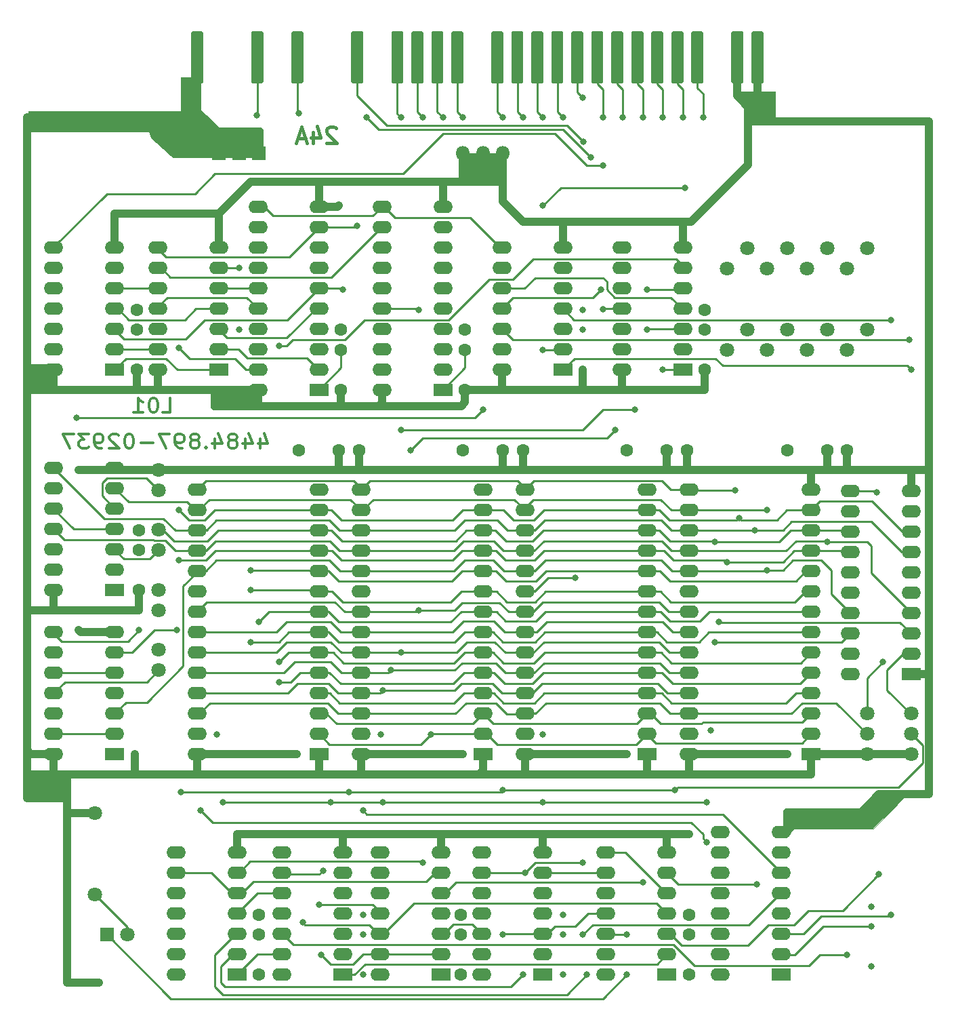
<source format=gbr>
%TF.GenerationSoftware,KiCad,Pcbnew,5.1.8*%
%TF.CreationDate,2020-11-14T22:04:03+01:00*%
%TF.ProjectId,M037,4d303337-2e6b-4696-9361-645f70636258,rev?*%
%TF.SameCoordinates,Original*%
%TF.FileFunction,Copper,L2,Bot*%
%TF.FilePolarity,Positive*%
%FSLAX46Y46*%
G04 Gerber Fmt 4.6, Leading zero omitted, Abs format (unit mm)*
G04 Created by KiCad (PCBNEW 5.1.8) date 2020-11-14 22:04:03*
%MOMM*%
%LPD*%
G01*
G04 APERTURE LIST*
%TA.AperFunction,NonConductor*%
%ADD10C,0.100000*%
%TD*%
%TA.AperFunction,NonConductor*%
%ADD11C,0.350000*%
%TD*%
%TA.AperFunction,NonConductor*%
%ADD12C,0.400000*%
%TD*%
%TA.AperFunction,ComponentPad*%
%ADD13R,1.800000X1.800000*%
%TD*%
%TA.AperFunction,ComponentPad*%
%ADD14O,1.800000X1.800000*%
%TD*%
%TA.AperFunction,ComponentPad*%
%ADD15C,1.800000*%
%TD*%
%TA.AperFunction,ComponentPad*%
%ADD16C,1.600000*%
%TD*%
%TA.AperFunction,ComponentPad*%
%ADD17O,2.400000X1.600000*%
%TD*%
%TA.AperFunction,ComponentPad*%
%ADD18R,2.400000X1.600000*%
%TD*%
%TA.AperFunction,ViaPad*%
%ADD19C,0.800000*%
%TD*%
%TA.AperFunction,ViaPad*%
%ADD20C,1.000000*%
%TD*%
%TA.AperFunction,Conductor*%
%ADD21C,1.000000*%
%TD*%
%TA.AperFunction,Conductor*%
%ADD22C,0.250000*%
%TD*%
G04 APERTURE END LIST*
D10*
G36*
X74500000Y-67250000D02*
G01*
X71250000Y-67250000D01*
X71250000Y-64250000D01*
X74500000Y-64250000D01*
X74500000Y-67250000D01*
G37*
X74500000Y-67250000D02*
X71250000Y-67250000D01*
X71250000Y-64250000D01*
X74500000Y-64250000D01*
X74500000Y-67250000D01*
G36*
X100000000Y-70000000D02*
G01*
X94250000Y-70000000D01*
X94000000Y-69750000D01*
X94000000Y-67500000D01*
X100000000Y-67500000D01*
X100000000Y-70000000D01*
G37*
X100000000Y-70000000D02*
X94250000Y-70000000D01*
X94000000Y-69750000D01*
X94000000Y-67500000D01*
X100000000Y-67500000D01*
X100000000Y-70000000D01*
G36*
X176750000Y-122250000D02*
G01*
X165500000Y-122250000D01*
X165500000Y-120000000D01*
X165750000Y-119750000D01*
X175500000Y-119750000D01*
X177250000Y-118000000D01*
X181000000Y-118000000D01*
X176750000Y-122250000D01*
G37*
X176750000Y-122250000D02*
X165500000Y-122250000D01*
X165500000Y-120000000D01*
X165750000Y-119750000D01*
X175500000Y-119750000D01*
X177250000Y-118000000D01*
X181000000Y-118000000D01*
X176750000Y-122250000D01*
G36*
X164500000Y-33750000D02*
G01*
X160850000Y-33750000D01*
X160850000Y-32250000D01*
X159600000Y-31000000D01*
X159600000Y-30250000D01*
X164500000Y-30250000D01*
X164500000Y-33750000D01*
G37*
X164500000Y-33750000D02*
X160850000Y-33750000D01*
X160850000Y-32250000D01*
X159600000Y-31000000D01*
X159600000Y-30250000D01*
X164500000Y-30250000D01*
X164500000Y-33750000D01*
G36*
X130500000Y-41500000D02*
G01*
X125500000Y-41500000D01*
X125500000Y-38500000D01*
X130500000Y-38500000D01*
X130500000Y-41500000D01*
G37*
X130500000Y-41500000D02*
X125500000Y-41500000D01*
X125500000Y-38500000D01*
X130500000Y-38500000D01*
X130500000Y-41500000D01*
G36*
X92750000Y-32500000D02*
G01*
X95000000Y-34750000D01*
X100250000Y-34750000D01*
X100500000Y-35000000D01*
X100500000Y-38500000D01*
X89250000Y-38500000D01*
X86500000Y-36000000D01*
X86250000Y-35250000D01*
X71250000Y-35250000D01*
X71250000Y-32750000D01*
X90250000Y-32750000D01*
X90250000Y-28500000D01*
X92750000Y-28500000D01*
X92750000Y-32500000D01*
G37*
X92750000Y-32500000D02*
X95000000Y-34750000D01*
X100250000Y-34750000D01*
X100500000Y-35000000D01*
X100500000Y-38500000D01*
X89250000Y-38500000D01*
X86500000Y-36000000D01*
X86250000Y-35250000D01*
X71250000Y-35250000D01*
X71250000Y-32750000D01*
X90250000Y-32750000D01*
X90250000Y-28500000D01*
X92750000Y-28500000D01*
X92750000Y-32500000D01*
D11*
X87977500Y-70291666D02*
X88929880Y-70291666D01*
X88929880Y-68541666D01*
X86929880Y-68541666D02*
X86739404Y-68541666D01*
X86548928Y-68625000D01*
X86453690Y-68708333D01*
X86358452Y-68875000D01*
X86263214Y-69208333D01*
X86263214Y-69625000D01*
X86358452Y-69958333D01*
X86453690Y-70125000D01*
X86548928Y-70208333D01*
X86739404Y-70291666D01*
X86929880Y-70291666D01*
X87120357Y-70208333D01*
X87215595Y-70125000D01*
X87310833Y-69958333D01*
X87406071Y-69625000D01*
X87406071Y-69208333D01*
X87310833Y-68875000D01*
X87215595Y-68708333D01*
X87120357Y-68625000D01*
X86929880Y-68541666D01*
X84358452Y-70291666D02*
X85501309Y-70291666D01*
X84929880Y-70291666D02*
X84929880Y-68541666D01*
X85120357Y-68791666D01*
X85310833Y-68958333D01*
X85501309Y-69041666D01*
X100179880Y-73625000D02*
X100179880Y-74791666D01*
X100656071Y-72958333D02*
X101132261Y-74208333D01*
X99894166Y-74208333D01*
X98275119Y-73625000D02*
X98275119Y-74791666D01*
X98751309Y-72958333D02*
X99227500Y-74208333D01*
X97989404Y-74208333D01*
X96941785Y-73791666D02*
X97132261Y-73708333D01*
X97227500Y-73625000D01*
X97322738Y-73458333D01*
X97322738Y-73375000D01*
X97227500Y-73208333D01*
X97132261Y-73125000D01*
X96941785Y-73041666D01*
X96560833Y-73041666D01*
X96370357Y-73125000D01*
X96275119Y-73208333D01*
X96179880Y-73375000D01*
X96179880Y-73458333D01*
X96275119Y-73625000D01*
X96370357Y-73708333D01*
X96560833Y-73791666D01*
X96941785Y-73791666D01*
X97132261Y-73875000D01*
X97227500Y-73958333D01*
X97322738Y-74125000D01*
X97322738Y-74458333D01*
X97227500Y-74625000D01*
X97132261Y-74708333D01*
X96941785Y-74791666D01*
X96560833Y-74791666D01*
X96370357Y-74708333D01*
X96275119Y-74625000D01*
X96179880Y-74458333D01*
X96179880Y-74125000D01*
X96275119Y-73958333D01*
X96370357Y-73875000D01*
X96560833Y-73791666D01*
X94465595Y-73625000D02*
X94465595Y-74791666D01*
X94941785Y-72958333D02*
X95417976Y-74208333D01*
X94179880Y-74208333D01*
X93417976Y-74625000D02*
X93322738Y-74708333D01*
X93417976Y-74791666D01*
X93513214Y-74708333D01*
X93417976Y-74625000D01*
X93417976Y-74791666D01*
X92179880Y-73791666D02*
X92370357Y-73708333D01*
X92465595Y-73625000D01*
X92560833Y-73458333D01*
X92560833Y-73375000D01*
X92465595Y-73208333D01*
X92370357Y-73125000D01*
X92179880Y-73041666D01*
X91798928Y-73041666D01*
X91608452Y-73125000D01*
X91513214Y-73208333D01*
X91417976Y-73375000D01*
X91417976Y-73458333D01*
X91513214Y-73625000D01*
X91608452Y-73708333D01*
X91798928Y-73791666D01*
X92179880Y-73791666D01*
X92370357Y-73875000D01*
X92465595Y-73958333D01*
X92560833Y-74125000D01*
X92560833Y-74458333D01*
X92465595Y-74625000D01*
X92370357Y-74708333D01*
X92179880Y-74791666D01*
X91798928Y-74791666D01*
X91608452Y-74708333D01*
X91513214Y-74625000D01*
X91417976Y-74458333D01*
X91417976Y-74125000D01*
X91513214Y-73958333D01*
X91608452Y-73875000D01*
X91798928Y-73791666D01*
X90465595Y-74791666D02*
X90084642Y-74791666D01*
X89894166Y-74708333D01*
X89798928Y-74625000D01*
X89608452Y-74375000D01*
X89513214Y-74041666D01*
X89513214Y-73375000D01*
X89608452Y-73208333D01*
X89703690Y-73125000D01*
X89894166Y-73041666D01*
X90275119Y-73041666D01*
X90465595Y-73125000D01*
X90560833Y-73208333D01*
X90656071Y-73375000D01*
X90656071Y-73791666D01*
X90560833Y-73958333D01*
X90465595Y-74041666D01*
X90275119Y-74125000D01*
X89894166Y-74125000D01*
X89703690Y-74041666D01*
X89608452Y-73958333D01*
X89513214Y-73791666D01*
X88846547Y-73041666D02*
X87513214Y-73041666D01*
X88370357Y-74791666D01*
X86751309Y-74125000D02*
X85227500Y-74125000D01*
X83894166Y-73041666D02*
X83703690Y-73041666D01*
X83513214Y-73125000D01*
X83417976Y-73208333D01*
X83322738Y-73375000D01*
X83227500Y-73708333D01*
X83227500Y-74125000D01*
X83322738Y-74458333D01*
X83417976Y-74625000D01*
X83513214Y-74708333D01*
X83703690Y-74791666D01*
X83894166Y-74791666D01*
X84084642Y-74708333D01*
X84179880Y-74625000D01*
X84275119Y-74458333D01*
X84370357Y-74125000D01*
X84370357Y-73708333D01*
X84275119Y-73375000D01*
X84179880Y-73208333D01*
X84084642Y-73125000D01*
X83894166Y-73041666D01*
X82465595Y-73208333D02*
X82370357Y-73125000D01*
X82179880Y-73041666D01*
X81703690Y-73041666D01*
X81513214Y-73125000D01*
X81417976Y-73208333D01*
X81322738Y-73375000D01*
X81322738Y-73541666D01*
X81417976Y-73791666D01*
X82560833Y-74791666D01*
X81322738Y-74791666D01*
X80370357Y-74791666D02*
X79989404Y-74791666D01*
X79798928Y-74708333D01*
X79703690Y-74625000D01*
X79513214Y-74375000D01*
X79417976Y-74041666D01*
X79417976Y-73375000D01*
X79513214Y-73208333D01*
X79608452Y-73125000D01*
X79798928Y-73041666D01*
X80179880Y-73041666D01*
X80370357Y-73125000D01*
X80465595Y-73208333D01*
X80560833Y-73375000D01*
X80560833Y-73791666D01*
X80465595Y-73958333D01*
X80370357Y-74041666D01*
X80179880Y-74125000D01*
X79798928Y-74125000D01*
X79608452Y-74041666D01*
X79513214Y-73958333D01*
X79417976Y-73791666D01*
X78751309Y-73041666D02*
X77513214Y-73041666D01*
X78179880Y-73708333D01*
X77894166Y-73708333D01*
X77703690Y-73791666D01*
X77608452Y-73875000D01*
X77513214Y-74041666D01*
X77513214Y-74458333D01*
X77608452Y-74625000D01*
X77703690Y-74708333D01*
X77894166Y-74791666D01*
X78465595Y-74791666D01*
X78656071Y-74708333D01*
X78751309Y-74625000D01*
X76846547Y-73041666D02*
X75513214Y-73041666D01*
X76370357Y-74791666D01*
D12*
X109630952Y-34845238D02*
X109535714Y-34750000D01*
X109345238Y-34654761D01*
X108869047Y-34654761D01*
X108678571Y-34750000D01*
X108583333Y-34845238D01*
X108488095Y-35035714D01*
X108488095Y-35226190D01*
X108583333Y-35511904D01*
X109726190Y-36654761D01*
X108488095Y-36654761D01*
X106773809Y-35321428D02*
X106773809Y-36654761D01*
X107250000Y-34559523D02*
X107726190Y-35988095D01*
X106488095Y-35988095D01*
X105821428Y-36083333D02*
X104869047Y-36083333D01*
X106011904Y-36654761D02*
X105345238Y-34654761D01*
X104678571Y-36654761D01*
D13*
%TO.P,C1,1*%
%TO.N,+5V*%
X100000000Y-38000000D03*
X95000000Y-38000000D03*
X97500000Y-38000000D03*
D14*
%TO.P,C1,2*%
%TO.N,GND*%
X128000000Y-38000000D03*
X125500000Y-38000000D03*
X130500000Y-38000000D03*
%TD*%
%TO.P,X1,9A*%
%TO.N,~MREQ*%
%TA.AperFunction,SMDPad,CuDef*%
G36*
G01*
X141550000Y-29100000D02*
X141550000Y-22900000D01*
G75*
G02*
X141700000Y-22750000I150000J0D01*
G01*
X142900000Y-22750000D01*
G75*
G02*
X143050000Y-22900000I0J-150000D01*
G01*
X143050000Y-29100000D01*
G75*
G02*
X142900000Y-29250000I-150000J0D01*
G01*
X141700000Y-29250000D01*
G75*
G02*
X141550000Y-29100000I0J150000D01*
G01*
G37*
%TD.AperFunction*%
%TO.P,X1,8A*%
%TO.N,~WR*%
%TA.AperFunction,SMDPad,CuDef*%
G36*
G01*
X144050000Y-29100000D02*
X144050000Y-22900000D01*
G75*
G02*
X144200000Y-22750000I150000J0D01*
G01*
X145400000Y-22750000D01*
G75*
G02*
X145550000Y-22900000I0J-150000D01*
G01*
X145550000Y-29100000D01*
G75*
G02*
X145400000Y-29250000I-150000J0D01*
G01*
X144200000Y-29250000D01*
G75*
G02*
X144050000Y-29100000I0J150000D01*
G01*
G37*
%TD.AperFunction*%
%TO.P,X1,7A*%
%TO.N,DB1*%
%TA.AperFunction,SMDPad,CuDef*%
G36*
G01*
X146550000Y-29100000D02*
X146550000Y-22900000D01*
G75*
G02*
X146700000Y-22750000I150000J0D01*
G01*
X147900000Y-22750000D01*
G75*
G02*
X148050000Y-22900000I0J-150000D01*
G01*
X148050000Y-29100000D01*
G75*
G02*
X147900000Y-29250000I-150000J0D01*
G01*
X146700000Y-29250000D01*
G75*
G02*
X146550000Y-29100000I0J150000D01*
G01*
G37*
%TD.AperFunction*%
%TO.P,X1,6A*%
%TO.N,DB3*%
%TA.AperFunction,SMDPad,CuDef*%
G36*
G01*
X149050000Y-29100000D02*
X149050000Y-22900000D01*
G75*
G02*
X149200000Y-22750000I150000J0D01*
G01*
X150400000Y-22750000D01*
G75*
G02*
X150550000Y-22900000I0J-150000D01*
G01*
X150550000Y-29100000D01*
G75*
G02*
X150400000Y-29250000I-150000J0D01*
G01*
X149200000Y-29250000D01*
G75*
G02*
X149050000Y-29100000I0J150000D01*
G01*
G37*
%TD.AperFunction*%
%TO.P,X1,5A*%
%TO.N,DB5*%
%TA.AperFunction,SMDPad,CuDef*%
G36*
G01*
X151550000Y-29100000D02*
X151550000Y-22900000D01*
G75*
G02*
X151700000Y-22750000I150000J0D01*
G01*
X152900000Y-22750000D01*
G75*
G02*
X153050000Y-22900000I0J-150000D01*
G01*
X153050000Y-29100000D01*
G75*
G02*
X152900000Y-29250000I-150000J0D01*
G01*
X151700000Y-29250000D01*
G75*
G02*
X151550000Y-29100000I0J150000D01*
G01*
G37*
%TD.AperFunction*%
%TO.P,X1,4A*%
%TO.N,DB7*%
%TA.AperFunction,SMDPad,CuDef*%
G36*
G01*
X154050000Y-29100000D02*
X154050000Y-22900000D01*
G75*
G02*
X154200000Y-22750000I150000J0D01*
G01*
X155400000Y-22750000D01*
G75*
G02*
X155550000Y-22900000I0J-150000D01*
G01*
X155550000Y-29100000D01*
G75*
G02*
X155400000Y-29250000I-150000J0D01*
G01*
X154200000Y-29250000D01*
G75*
G02*
X154050000Y-29100000I0J150000D01*
G01*
G37*
%TD.AperFunction*%
%TO.P,X1,2A*%
%TO.N,GND*%
%TA.AperFunction,SMDPad,CuDef*%
G36*
G01*
X159050000Y-29100000D02*
X159050000Y-22900000D01*
G75*
G02*
X159200000Y-22750000I150000J0D01*
G01*
X160400000Y-22750000D01*
G75*
G02*
X160550000Y-22900000I0J-150000D01*
G01*
X160550000Y-29100000D01*
G75*
G02*
X160400000Y-29250000I-150000J0D01*
G01*
X159200000Y-29250000D01*
G75*
G02*
X159050000Y-29100000I0J150000D01*
G01*
G37*
%TD.AperFunction*%
%TO.P,X1,29A*%
%TO.N,+5V*%
%TA.AperFunction,SMDPad,CuDef*%
G36*
G01*
X91550000Y-29100000D02*
X91550000Y-22900000D01*
G75*
G02*
X91700000Y-22750000I150000J0D01*
G01*
X92900000Y-22750000D01*
G75*
G02*
X93050000Y-22900000I0J-150000D01*
G01*
X93050000Y-29100000D01*
G75*
G02*
X92900000Y-29250000I-150000J0D01*
G01*
X91700000Y-29250000D01*
G75*
G02*
X91550000Y-29100000I0J150000D01*
G01*
G37*
%TD.AperFunction*%
%TO.P,X1,26A*%
%TO.N,~MAD*%
%TA.AperFunction,SMDPad,CuDef*%
G36*
G01*
X99050000Y-29100000D02*
X99050000Y-22900000D01*
G75*
G02*
X99200000Y-22750000I150000J0D01*
G01*
X100400000Y-22750000D01*
G75*
G02*
X100550000Y-22900000I0J-150000D01*
G01*
X100550000Y-29100000D01*
G75*
G02*
X100400000Y-29250000I-150000J0D01*
G01*
X99200000Y-29250000D01*
G75*
G02*
X99050000Y-29100000I0J150000D01*
G01*
G37*
%TD.AperFunction*%
%TO.P,X1,24A*%
%TO.N,MEO*%
%TA.AperFunction,SMDPad,CuDef*%
G36*
G01*
X104050000Y-29100000D02*
X104050000Y-22900000D01*
G75*
G02*
X104200000Y-22750000I150000J0D01*
G01*
X105400000Y-22750000D01*
G75*
G02*
X105550000Y-22900000I0J-150000D01*
G01*
X105550000Y-29100000D01*
G75*
G02*
X105400000Y-29250000I-150000J0D01*
G01*
X104200000Y-29250000D01*
G75*
G02*
X104050000Y-29100000I0J150000D01*
G01*
G37*
%TD.AperFunction*%
%TO.P,X1,21A*%
%TO.N,TAKT*%
%TA.AperFunction,SMDPad,CuDef*%
G36*
G01*
X111550000Y-29100000D02*
X111550000Y-22900000D01*
G75*
G02*
X111700000Y-22750000I150000J0D01*
G01*
X112900000Y-22750000D01*
G75*
G02*
X113050000Y-22900000I0J-150000D01*
G01*
X113050000Y-29100000D01*
G75*
G02*
X112900000Y-29250000I-150000J0D01*
G01*
X111700000Y-29250000D01*
G75*
G02*
X111550000Y-29100000I0J150000D01*
G01*
G37*
%TD.AperFunction*%
%TO.P,X1,1A*%
%TO.N,GND*%
%TA.AperFunction,SMDPad,CuDef*%
G36*
G01*
X161550000Y-29100000D02*
X161550000Y-22900000D01*
G75*
G02*
X161700000Y-22750000I150000J0D01*
G01*
X162900000Y-22750000D01*
G75*
G02*
X163050000Y-22900000I0J-150000D01*
G01*
X163050000Y-29100000D01*
G75*
G02*
X162900000Y-29250000I-150000J0D01*
G01*
X161700000Y-29250000D01*
G75*
G02*
X161550000Y-29100000I0J150000D01*
G01*
G37*
%TD.AperFunction*%
%TO.P,X1,19A*%
%TO.N,AB0*%
%TA.AperFunction,SMDPad,CuDef*%
G36*
G01*
X116550000Y-29100000D02*
X116550000Y-22900000D01*
G75*
G02*
X116700000Y-22750000I150000J0D01*
G01*
X117900000Y-22750000D01*
G75*
G02*
X118050000Y-22900000I0J-150000D01*
G01*
X118050000Y-29100000D01*
G75*
G02*
X117900000Y-29250000I-150000J0D01*
G01*
X116700000Y-29250000D01*
G75*
G02*
X116550000Y-29100000I0J150000D01*
G01*
G37*
%TD.AperFunction*%
%TO.P,X1,18A*%
%TO.N,AB2*%
%TA.AperFunction,SMDPad,CuDef*%
G36*
G01*
X119050000Y-29100000D02*
X119050000Y-22900000D01*
G75*
G02*
X119200000Y-22750000I150000J0D01*
G01*
X120400000Y-22750000D01*
G75*
G02*
X120550000Y-22900000I0J-150000D01*
G01*
X120550000Y-29100000D01*
G75*
G02*
X120400000Y-29250000I-150000J0D01*
G01*
X119200000Y-29250000D01*
G75*
G02*
X119050000Y-29100000I0J150000D01*
G01*
G37*
%TD.AperFunction*%
%TO.P,X1,17A*%
%TO.N,AB4*%
%TA.AperFunction,SMDPad,CuDef*%
G36*
G01*
X121550000Y-29100000D02*
X121550000Y-22900000D01*
G75*
G02*
X121700000Y-22750000I150000J0D01*
G01*
X122900000Y-22750000D01*
G75*
G02*
X123050000Y-22900000I0J-150000D01*
G01*
X123050000Y-29100000D01*
G75*
G02*
X122900000Y-29250000I-150000J0D01*
G01*
X121700000Y-29250000D01*
G75*
G02*
X121550000Y-29100000I0J150000D01*
G01*
G37*
%TD.AperFunction*%
%TO.P,X1,16A*%
%TO.N,AB6*%
%TA.AperFunction,SMDPad,CuDef*%
G36*
G01*
X124050000Y-29100000D02*
X124050000Y-22900000D01*
G75*
G02*
X124200000Y-22750000I150000J0D01*
G01*
X125400000Y-22750000D01*
G75*
G02*
X125550000Y-22900000I0J-150000D01*
G01*
X125550000Y-29100000D01*
G75*
G02*
X125400000Y-29250000I-150000J0D01*
G01*
X124200000Y-29250000D01*
G75*
G02*
X124050000Y-29100000I0J150000D01*
G01*
G37*
%TD.AperFunction*%
%TO.P,X1,14A*%
%TO.N,AB8*%
%TA.AperFunction,SMDPad,CuDef*%
G36*
G01*
X129050000Y-29100000D02*
X129050000Y-22900000D01*
G75*
G02*
X129200000Y-22750000I150000J0D01*
G01*
X130400000Y-22750000D01*
G75*
G02*
X130550000Y-22900000I0J-150000D01*
G01*
X130550000Y-29100000D01*
G75*
G02*
X130400000Y-29250000I-150000J0D01*
G01*
X129200000Y-29250000D01*
G75*
G02*
X129050000Y-29100000I0J150000D01*
G01*
G37*
%TD.AperFunction*%
%TO.P,X1,13A*%
%TO.N,AB10*%
%TA.AperFunction,SMDPad,CuDef*%
G36*
G01*
X131550000Y-29100000D02*
X131550000Y-22900000D01*
G75*
G02*
X131700000Y-22750000I150000J0D01*
G01*
X132900000Y-22750000D01*
G75*
G02*
X133050000Y-22900000I0J-150000D01*
G01*
X133050000Y-29100000D01*
G75*
G02*
X132900000Y-29250000I-150000J0D01*
G01*
X131700000Y-29250000D01*
G75*
G02*
X131550000Y-29100000I0J150000D01*
G01*
G37*
%TD.AperFunction*%
%TO.P,X1,12A*%
%TO.N,AB12*%
%TA.AperFunction,SMDPad,CuDef*%
G36*
G01*
X134050000Y-29100000D02*
X134050000Y-22900000D01*
G75*
G02*
X134200000Y-22750000I150000J0D01*
G01*
X135400000Y-22750000D01*
G75*
G02*
X135550000Y-22900000I0J-150000D01*
G01*
X135550000Y-29100000D01*
G75*
G02*
X135400000Y-29250000I-150000J0D01*
G01*
X134200000Y-29250000D01*
G75*
G02*
X134050000Y-29100000I0J150000D01*
G01*
G37*
%TD.AperFunction*%
%TO.P,X1,11A*%
%TO.N,AB14*%
%TA.AperFunction,SMDPad,CuDef*%
G36*
G01*
X136550000Y-29100000D02*
X136550000Y-22900000D01*
G75*
G02*
X136700000Y-22750000I150000J0D01*
G01*
X137900000Y-22750000D01*
G75*
G02*
X138050000Y-22900000I0J-150000D01*
G01*
X138050000Y-29100000D01*
G75*
G02*
X137900000Y-29250000I-150000J0D01*
G01*
X136700000Y-29250000D01*
G75*
G02*
X136550000Y-29100000I0J150000D01*
G01*
G37*
%TD.AperFunction*%
%TO.P,X1,10A*%
%TO.N,IE-Kette*%
%TA.AperFunction,SMDPad,CuDef*%
G36*
G01*
X139050000Y-29100000D02*
X139050000Y-22900000D01*
G75*
G02*
X139200000Y-22750000I150000J0D01*
G01*
X140400000Y-22750000D01*
G75*
G02*
X140550000Y-22900000I0J-150000D01*
G01*
X140550000Y-29100000D01*
G75*
G02*
X140400000Y-29250000I-150000J0D01*
G01*
X139200000Y-29250000D01*
G75*
G02*
X139050000Y-29100000I0J150000D01*
G01*
G37*
%TD.AperFunction*%
%TD*%
D15*
%TO.P,B01,2*%
%TO.N,Net-(B01-Pad2)*%
X83540000Y-135500000D03*
D13*
%TO.P,B01,1*%
%TO.N,Net-(B01-Pad1)*%
X81000000Y-135500000D03*
%TD*%
D16*
%TO.P,C5,2*%
%TO.N,GND*%
X173500000Y-75000000D03*
X171000000Y-75000000D03*
%TO.P,C5,1*%
%TO.N,+5V*%
X166000000Y-75000000D03*
%TD*%
%TO.P,C4,2*%
%TO.N,GND*%
X153500000Y-75000000D03*
X151000000Y-75000000D03*
%TO.P,C4,1*%
%TO.N,+5V*%
X146000000Y-75000000D03*
%TD*%
%TO.P,C3,2*%
%TO.N,GND*%
X133000000Y-75000000D03*
X130500000Y-75000000D03*
%TO.P,C3,1*%
%TO.N,+5V*%
X125500000Y-75000000D03*
%TD*%
%TO.P,C2,2*%
%TO.N,GND*%
X112500000Y-75000000D03*
X110000000Y-75000000D03*
%TO.P,C2,1*%
%TO.N,+5V*%
X105000000Y-75000000D03*
%TD*%
%TO.P,C13,2*%
%TO.N,GND*%
X153750000Y-133000000D03*
X153750000Y-135500000D03*
%TO.P,C13,1*%
%TO.N,+5V*%
X153750000Y-140500000D03*
%TD*%
%TO.P,C12,2*%
%TO.N,GND*%
X125250000Y-133000000D03*
X125250000Y-135500000D03*
%TO.P,C12,1*%
%TO.N,+5V*%
X125250000Y-140500000D03*
%TD*%
%TO.P,C11,2*%
%TO.N,GND*%
X100000000Y-133000000D03*
X100000000Y-135500000D03*
%TO.P,C11,1*%
%TO.N,+5V*%
X100000000Y-140500000D03*
%TD*%
%TO.P,C10,2*%
%TO.N,GND*%
X85000000Y-85000000D03*
X85000000Y-87500000D03*
%TO.P,C10,1*%
%TO.N,+5V*%
X85000000Y-92500000D03*
%TD*%
%TO.P,C9,2*%
%TO.N,GND*%
X155750000Y-57500000D03*
X155750000Y-60000000D03*
%TO.P,C9,1*%
%TO.N,+5V*%
X155750000Y-65000000D03*
%TD*%
%TO.P,C8,2*%
%TO.N,GND*%
X125750000Y-60000000D03*
X125750000Y-62500000D03*
%TO.P,C8,1*%
%TO.N,+5V*%
X125750000Y-67500000D03*
%TD*%
%TO.P,C7,2*%
%TO.N,GND*%
X110250000Y-60000000D03*
X110250000Y-62500000D03*
%TO.P,C7,1*%
%TO.N,+5V*%
X110250000Y-67500000D03*
%TD*%
%TO.P,C6,2*%
%TO.N,GND*%
X84750000Y-57500000D03*
X84750000Y-60000000D03*
%TO.P,C6,1*%
%TO.N,+5V*%
X84750000Y-65000000D03*
%TD*%
D15*
%TO.P,R8,2*%
%TO.N,DB7*%
X173500000Y-52340000D03*
%TO.P,R8,1*%
%TO.N,/.08*%
X173500000Y-62500000D03*
%TD*%
%TO.P,R7,2*%
%TO.N,DB6*%
X176000000Y-49840000D03*
%TO.P,R7,1*%
%TO.N,/.07*%
X176000000Y-60000000D03*
%TD*%
%TO.P,R6,2*%
%TO.N,DB5*%
X168500000Y-52340000D03*
%TO.P,R6,1*%
%TO.N,/.06*%
X168500000Y-62500000D03*
%TD*%
%TO.P,R5,2*%
%TO.N,DB4*%
X171000000Y-49840000D03*
%TO.P,R5,1*%
%TO.N,/.05*%
X171000000Y-60000000D03*
%TD*%
%TO.P,R4,2*%
%TO.N,DB3*%
X163500000Y-52340000D03*
%TO.P,R4,1*%
%TO.N,/.04*%
X163500000Y-62500000D03*
%TD*%
%TO.P,R3,2*%
%TO.N,DB2*%
X166000000Y-49840000D03*
%TO.P,R3,1*%
%TO.N,/.03*%
X166000000Y-60000000D03*
%TD*%
%TO.P,R2,2*%
%TO.N,DB1*%
X158500000Y-52340000D03*
%TO.P,R2,1*%
%TO.N,/.02*%
X158500000Y-62500000D03*
%TD*%
%TO.P,R1,2*%
%TO.N,DB0*%
X161000000Y-49840000D03*
%TO.P,R1,1*%
%TO.N,/.01*%
X161000000Y-60000000D03*
%TD*%
%TO.P,R9,2*%
%TO.N,+5V*%
X79500000Y-120340000D03*
%TO.P,R9,1*%
%TO.N,Net-(B01-Pad2)*%
X79500000Y-130500000D03*
%TD*%
D17*
%TO.P,D1,14*%
%TO.N,+5V*%
X102880000Y-140500000D03*
%TO.P,D1,7*%
%TO.N,GND*%
X110500000Y-125260000D03*
%TO.P,D1,13*%
%TO.N,Net-(D1-Pad13)*%
X102880000Y-137960000D03*
%TO.P,D1,6*%
%TO.N,/~write*%
X110500000Y-127800000D03*
%TO.P,D1,12*%
%TO.N,Net-(D1-Pad12)*%
X102880000Y-135420000D03*
%TO.P,D1,5*%
%TO.N,/.23*%
X110500000Y-130340000D03*
%TO.P,D1,11*%
%TO.N,Net-(D1-Pad11)*%
X102880000Y-132880000D03*
%TO.P,D1,4*%
%TO.N,/.23*%
X110500000Y-132880000D03*
%TO.P,D1,10*%
%TO.N,Net-(D1-Pad10)*%
X102880000Y-130340000D03*
%TO.P,D1,3*%
%TO.N,Net-(D1-Pad3)*%
X110500000Y-135420000D03*
%TO.P,D1,9*%
%TO.N,Net-(D1-Pad9)*%
X102880000Y-127800000D03*
%TO.P,D1,2*%
%TO.N,/.23*%
X110500000Y-137960000D03*
%TO.P,D1,8*%
%TO.N,Net-(D1-Pad8)*%
X102880000Y-125260000D03*
D18*
%TO.P,D1,1*%
%TO.N,/.23*%
X110500000Y-140500000D03*
%TD*%
D15*
%TO.P,RB08,2*%
%TO.N,Net-(D10-Pad1)*%
X87500000Y-95040000D03*
%TO.P,RB08,1*%
%TO.N,Net-(D10-Pad10)*%
X87500000Y-92500000D03*
%TD*%
%TO.P,RB07,2*%
%TO.N,/.02*%
X87500000Y-84960000D03*
%TO.P,RB07,1*%
%TO.N,Net-(D10-Pad3)*%
X87500000Y-87500000D03*
%TD*%
%TO.P,RB06,2*%
%TO.N,/.01*%
X87500000Y-99960000D03*
%TO.P,RB06,1*%
%TO.N,Net-(D8-Pad11)*%
X87500000Y-102500000D03*
%TD*%
%TO.P,RB05,2*%
%TO.N,/.35*%
X181500000Y-110460000D03*
%TO.P,RB05,1*%
%TO.N,Net-(D6-Pad2)*%
X181500000Y-107920000D03*
%TD*%
%TO.P,RB04,2*%
%TO.N,/.34*%
X176000000Y-110460000D03*
%TO.P,RB04,1*%
%TO.N,Net-(D6-Pad9)*%
X176000000Y-107920000D03*
%TD*%
%TO.P,RB03,2*%
%TO.N,/.34*%
X176000000Y-110460000D03*
%TO.P,RB03,1*%
%TO.N,+5V*%
X176000000Y-113000000D03*
%TD*%
%TO.P,RB02,2*%
%TO.N,/.35*%
X181500000Y-110460000D03*
%TO.P,RB02,1*%
%TO.N,+5V*%
X181500000Y-113000000D03*
%TD*%
%TO.P,RB01,2*%
%TO.N,Net-(D10-Pad10)*%
X87500000Y-80040000D03*
%TO.P,RB01,1*%
%TO.N,GND*%
X87500000Y-77500000D03*
%TD*%
D17*
%TO.P,D19,28*%
%TO.N,+5V*%
X153760000Y-113000000D03*
%TO.P,D19,14*%
%TO.N,GND*%
X169000000Y-79980000D03*
%TO.P,D19,27*%
%TO.N,/.35*%
X153760000Y-110460000D03*
%TO.P,D19,13*%
%TO.N,/.03*%
X169000000Y-82520000D03*
%TO.P,D19,26*%
%TO.N,/.34*%
X153760000Y-107920000D03*
%TO.P,D19,12*%
%TO.N,/.02*%
X169000000Y-85060000D03*
%TO.P,D19,25*%
%TO.N,/.17*%
X153760000Y-105380000D03*
%TO.P,D19,11*%
%TO.N,/.01*%
X169000000Y-87600000D03*
%TO.P,D19,24*%
%TO.N,/.18*%
X153760000Y-102840000D03*
%TO.P,D19,10*%
%TO.N,/.09*%
X169000000Y-90140000D03*
%TO.P,D19,23*%
%TO.N,/.20*%
X153760000Y-100300000D03*
%TO.P,D19,9*%
%TO.N,/.10*%
X169000000Y-92680000D03*
%TO.P,D19,22*%
%TO.N,/.32*%
X153760000Y-97760000D03*
%TO.P,D19,8*%
%TO.N,/.11*%
X169000000Y-95220000D03*
%TO.P,D19,21*%
%TO.N,/.19*%
X153760000Y-95220000D03*
%TO.P,D19,7*%
%TO.N,/.12*%
X169000000Y-97760000D03*
%TO.P,D19,20*%
%TO.N,/.31*%
X153760000Y-92680000D03*
%TO.P,D19,6*%
%TO.N,/.13*%
X169000000Y-100300000D03*
%TO.P,D19,19*%
%TO.N,/.08*%
X153760000Y-90140000D03*
%TO.P,D19,5*%
%TO.N,/.14*%
X169000000Y-102840000D03*
%TO.P,D19,18*%
%TO.N,/.07*%
X153760000Y-87600000D03*
%TO.P,D19,4*%
%TO.N,/.15*%
X169000000Y-105380000D03*
%TO.P,D19,17*%
%TO.N,/.06*%
X153760000Y-85060000D03*
%TO.P,D19,3*%
%TO.N,/.16*%
X169000000Y-107920000D03*
%TO.P,D19,16*%
%TO.N,/.05*%
X153760000Y-82520000D03*
%TO.P,D19,2*%
%TO.N,/.21*%
X169000000Y-110460000D03*
%TO.P,D19,15*%
%TO.N,/.04*%
X153760000Y-79980000D03*
D18*
%TO.P,D19,1*%
%TO.N,+5V*%
X169000000Y-113000000D03*
%TD*%
D17*
%TO.P,D18,28*%
%TO.N,+5V*%
X133260000Y-113000000D03*
%TO.P,D18,14*%
%TO.N,GND*%
X148500000Y-79980000D03*
%TO.P,D18,27*%
%TO.N,/.35*%
X133260000Y-110460000D03*
%TO.P,D18,13*%
%TO.N,/.03*%
X148500000Y-82520000D03*
%TO.P,D18,26*%
%TO.N,/.34*%
X133260000Y-107920000D03*
%TO.P,D18,12*%
%TO.N,/.02*%
X148500000Y-85060000D03*
%TO.P,D18,25*%
%TO.N,/.17*%
X133260000Y-105380000D03*
%TO.P,D18,11*%
%TO.N,/.01*%
X148500000Y-87600000D03*
%TO.P,D18,24*%
%TO.N,/.18*%
X133260000Y-102840000D03*
%TO.P,D18,10*%
%TO.N,/.09*%
X148500000Y-90140000D03*
%TO.P,D18,23*%
%TO.N,/.20*%
X133260000Y-100300000D03*
%TO.P,D18,9*%
%TO.N,/.10*%
X148500000Y-92680000D03*
%TO.P,D18,22*%
%TO.N,/.32*%
X133260000Y-97760000D03*
%TO.P,D18,8*%
%TO.N,/.11*%
X148500000Y-95220000D03*
%TO.P,D18,21*%
%TO.N,/.19*%
X133260000Y-95220000D03*
%TO.P,D18,7*%
%TO.N,/.12*%
X148500000Y-97760000D03*
%TO.P,D18,20*%
%TO.N,/.30*%
X133260000Y-92680000D03*
%TO.P,D18,6*%
%TO.N,/.13*%
X148500000Y-100300000D03*
%TO.P,D18,19*%
%TO.N,/.08*%
X133260000Y-90140000D03*
%TO.P,D18,5*%
%TO.N,/.14*%
X148500000Y-102840000D03*
%TO.P,D18,18*%
%TO.N,/.07*%
X133260000Y-87600000D03*
%TO.P,D18,4*%
%TO.N,/.15*%
X148500000Y-105380000D03*
%TO.P,D18,17*%
%TO.N,/.06*%
X133260000Y-85060000D03*
%TO.P,D18,3*%
%TO.N,/.16*%
X148500000Y-107920000D03*
%TO.P,D18,16*%
%TO.N,/.05*%
X133260000Y-82520000D03*
%TO.P,D18,2*%
%TO.N,/.21*%
X148500000Y-110460000D03*
%TO.P,D18,15*%
%TO.N,/.04*%
X133260000Y-79980000D03*
D18*
%TO.P,D18,1*%
%TO.N,+5V*%
X148500000Y-113000000D03*
%TD*%
D17*
%TO.P,D17,28*%
%TO.N,+5V*%
X112760000Y-113000000D03*
%TO.P,D17,14*%
%TO.N,GND*%
X128000000Y-79980000D03*
%TO.P,D17,27*%
%TO.N,/.35*%
X112760000Y-110460000D03*
%TO.P,D17,13*%
%TO.N,/.03*%
X128000000Y-82520000D03*
%TO.P,D17,26*%
%TO.N,/.34*%
X112760000Y-107920000D03*
%TO.P,D17,12*%
%TO.N,/.02*%
X128000000Y-85060000D03*
%TO.P,D17,25*%
%TO.N,/.17*%
X112760000Y-105380000D03*
%TO.P,D17,11*%
%TO.N,/.01*%
X128000000Y-87600000D03*
%TO.P,D17,24*%
%TO.N,/.18*%
X112760000Y-102840000D03*
%TO.P,D17,10*%
%TO.N,/.09*%
X128000000Y-90140000D03*
%TO.P,D17,23*%
%TO.N,/.20*%
X112760000Y-100300000D03*
%TO.P,D17,9*%
%TO.N,/.10*%
X128000000Y-92680000D03*
%TO.P,D17,22*%
%TO.N,/.32*%
X112760000Y-97760000D03*
%TO.P,D17,8*%
%TO.N,/.11*%
X128000000Y-95220000D03*
%TO.P,D17,21*%
%TO.N,/.19*%
X112760000Y-95220000D03*
%TO.P,D17,7*%
%TO.N,/.12*%
X128000000Y-97760000D03*
%TO.P,D17,20*%
%TO.N,/.29*%
X112760000Y-92680000D03*
%TO.P,D17,6*%
%TO.N,/.13*%
X128000000Y-100300000D03*
%TO.P,D17,19*%
%TO.N,/.08*%
X112760000Y-90140000D03*
%TO.P,D17,5*%
%TO.N,/.14*%
X128000000Y-102840000D03*
%TO.P,D17,18*%
%TO.N,/.07*%
X112760000Y-87600000D03*
%TO.P,D17,4*%
%TO.N,/.15*%
X128000000Y-105380000D03*
%TO.P,D17,17*%
%TO.N,/.06*%
X112760000Y-85060000D03*
%TO.P,D17,3*%
%TO.N,/.16*%
X128000000Y-107920000D03*
%TO.P,D17,16*%
%TO.N,/.05*%
X112760000Y-82520000D03*
%TO.P,D17,2*%
%TO.N,/.21*%
X128000000Y-110460000D03*
%TO.P,D17,15*%
%TO.N,/.04*%
X112760000Y-79980000D03*
D18*
%TO.P,D17,1*%
%TO.N,+5V*%
X128000000Y-113000000D03*
%TD*%
D17*
%TO.P,D16,28*%
%TO.N,+5V*%
X92260000Y-113000000D03*
%TO.P,D16,14*%
%TO.N,GND*%
X107500000Y-79980000D03*
%TO.P,D16,27*%
%TO.N,/.35*%
X92260000Y-110460000D03*
%TO.P,D16,13*%
%TO.N,/.03*%
X107500000Y-82520000D03*
%TO.P,D16,26*%
%TO.N,/.34*%
X92260000Y-107920000D03*
%TO.P,D16,12*%
%TO.N,/.02*%
X107500000Y-85060000D03*
%TO.P,D16,25*%
%TO.N,/.17*%
X92260000Y-105380000D03*
%TO.P,D16,11*%
%TO.N,/.01*%
X107500000Y-87600000D03*
%TO.P,D16,24*%
%TO.N,/.18*%
X92260000Y-102840000D03*
%TO.P,D16,10*%
%TO.N,/.09*%
X107500000Y-90140000D03*
%TO.P,D16,23*%
%TO.N,/.20*%
X92260000Y-100300000D03*
%TO.P,D16,9*%
%TO.N,/.10*%
X107500000Y-92680000D03*
%TO.P,D16,22*%
%TO.N,/.32*%
X92260000Y-97760000D03*
%TO.P,D16,8*%
%TO.N,/.11*%
X107500000Y-95220000D03*
%TO.P,D16,21*%
%TO.N,/.19*%
X92260000Y-95220000D03*
%TO.P,D16,7*%
%TO.N,/.12*%
X107500000Y-97760000D03*
%TO.P,D16,20*%
%TO.N,/.28*%
X92260000Y-92680000D03*
%TO.P,D16,6*%
%TO.N,/.13*%
X107500000Y-100300000D03*
%TO.P,D16,19*%
%TO.N,/.08*%
X92260000Y-90140000D03*
%TO.P,D16,5*%
%TO.N,/.14*%
X107500000Y-102840000D03*
%TO.P,D16,18*%
%TO.N,/.07*%
X92260000Y-87600000D03*
%TO.P,D16,4*%
%TO.N,/.15*%
X107500000Y-105380000D03*
%TO.P,D16,17*%
%TO.N,/.06*%
X92260000Y-85060000D03*
%TO.P,D16,3*%
%TO.N,/.16*%
X107500000Y-107920000D03*
%TO.P,D16,16*%
%TO.N,/.05*%
X92260000Y-82520000D03*
%TO.P,D16,2*%
%TO.N,/.21*%
X107500000Y-110460000D03*
%TO.P,D16,15*%
%TO.N,/.04*%
X92260000Y-79980000D03*
D18*
%TO.P,D16,1*%
%TO.N,+5V*%
X107500000Y-113000000D03*
%TD*%
D17*
%TO.P,D15,14*%
%TO.N,+5V*%
X143380000Y-140500000D03*
%TO.P,D15,7*%
%TO.N,GND*%
X151000000Y-125260000D03*
%TO.P,D15,13*%
%TO.N,Net-(D15-Pad12)*%
X143380000Y-137960000D03*
%TO.P,D15,6*%
%TO.N,Net-(D15-Pad6)*%
X151000000Y-127800000D03*
%TO.P,D15,12*%
%TO.N,Net-(D15-Pad12)*%
X143380000Y-135420000D03*
%TO.P,D15,5*%
%TO.N,Net-(D15-Pad5)*%
X151000000Y-130340000D03*
%TO.P,D15,11*%
%TO.N,/.27*%
X143380000Y-132880000D03*
%TO.P,D15,4*%
%TO.N,Net-(D1-Pad8)*%
X151000000Y-132880000D03*
%TO.P,D15,10*%
%TO.N,Net-(D14-Pad2)*%
X143380000Y-130340000D03*
%TO.P,D15,3*%
%TO.N,Net-(D15-Pad3)*%
X151000000Y-135420000D03*
%TO.P,D15,9*%
%TO.N,Net-(D14-Pad6)*%
X143380000Y-127800000D03*
%TO.P,D15,2*%
%TO.N,/.23*%
X151000000Y-137960000D03*
%TO.P,D15,8*%
%TO.N,Net-(D15-Pad5)*%
X143380000Y-125260000D03*
D18*
%TO.P,D15,1*%
%TO.N,Net-(D15-Pad1)*%
X151000000Y-140500000D03*
%TD*%
D17*
%TO.P,D14,14*%
%TO.N,+5V*%
X127880000Y-140500000D03*
%TO.P,D14,7*%
%TO.N,GND*%
X135500000Y-125260000D03*
%TO.P,D14,13*%
%TO.N,+5V*%
X127880000Y-137960000D03*
%TO.P,D14,6*%
%TO.N,Net-(D14-Pad6)*%
X135500000Y-127800000D03*
%TO.P,D14,12*%
%TO.N,Net-(D14-Pad12)*%
X127880000Y-135420000D03*
%TO.P,D14,5*%
%TO.N,Net-(D14-Pad5)*%
X135500000Y-130340000D03*
%TO.P,D14,11*%
%TO.N,/.27*%
X127880000Y-132880000D03*
%TO.P,D14,4*%
%TO.N,+5V*%
X135500000Y-132880000D03*
%TO.P,D14,10*%
X127880000Y-130340000D03*
%TO.P,D14,3*%
%TO.N,/.27*%
X135500000Y-135420000D03*
%TO.P,D14,9*%
%TO.N,Net-(D14-Pad2)*%
X127880000Y-127800000D03*
%TO.P,D14,2*%
X135500000Y-137960000D03*
%TO.P,D14,8*%
%TO.N,/.32*%
X127880000Y-125260000D03*
D18*
%TO.P,D14,1*%
%TO.N,+5V*%
X135500000Y-140500000D03*
%TD*%
D17*
%TO.P,D13,14*%
%TO.N,+5V*%
X74380000Y-65000000D03*
%TO.P,D13,7*%
%TO.N,GND*%
X82000000Y-49760000D03*
%TO.P,D13,13*%
%TO.N,Net-(D13-Pad13)*%
X74380000Y-62460000D03*
%TO.P,D13,6*%
%TO.N,Net-(D12-Pad10)*%
X82000000Y-52300000D03*
%TO.P,D13,12*%
%TO.N,Net-(D11-Pad13)*%
X74380000Y-59920000D03*
%TO.P,D13,5*%
%TO.N,Net-(D12-Pad10)*%
X82000000Y-54840000D03*
%TO.P,D13,11*%
%TO.N,/.25*%
X74380000Y-57380000D03*
%TO.P,D13,4*%
%TO.N,Net-(D12-Pad4)*%
X82000000Y-57380000D03*
%TO.P,D13,10*%
%TO.N,Net-(D13-Pad10)*%
X74380000Y-54840000D03*
%TO.P,D13,3*%
%TO.N,/.16*%
X82000000Y-59920000D03*
%TO.P,D13,9*%
%TO.N,Net-(D13-Pad9)*%
X74380000Y-52300000D03*
%TO.P,D13,2*%
%TO.N,Net-(D12-Pad13)*%
X82000000Y-62460000D03*
%TO.P,D13,8*%
%TO.N,Net-(D11-Pad8)*%
X74380000Y-49760000D03*
D18*
%TO.P,D13,1*%
%TO.N,Net-(D12-Pad1)*%
X82000000Y-65000000D03*
%TD*%
D17*
%TO.P,D12,14*%
%TO.N,+5V*%
X87380000Y-65000000D03*
%TO.P,D12,7*%
%TO.N,GND*%
X95000000Y-49760000D03*
%TO.P,D12,13*%
%TO.N,Net-(D12-Pad13)*%
X87380000Y-62460000D03*
%TO.P,D12,6*%
%TO.N,/.10*%
X95000000Y-52300000D03*
%TO.P,D12,12*%
%TO.N,/.11*%
X87380000Y-59920000D03*
%TO.P,D12,5*%
%TO.N,/.09*%
X95000000Y-54840000D03*
%TO.P,D12,11*%
%TO.N,/.12*%
X87380000Y-57380000D03*
%TO.P,D12,4*%
%TO.N,Net-(D12-Pad4)*%
X95000000Y-57380000D03*
%TO.P,D12,10*%
%TO.N,Net-(D12-Pad10)*%
X87380000Y-54840000D03*
%TO.P,D12,3*%
%TO.N,/.13*%
X95000000Y-59920000D03*
%TO.P,D12,9*%
%TO.N,/.17*%
X87380000Y-52300000D03*
%TO.P,D12,2*%
%TO.N,/.14*%
X95000000Y-62460000D03*
%TO.P,D12,8*%
%TO.N,/.15*%
X87380000Y-49760000D03*
D18*
%TO.P,D12,1*%
%TO.N,Net-(D12-Pad1)*%
X95000000Y-65000000D03*
%TD*%
D17*
%TO.P,D11,14*%
%TO.N,+5V*%
X89630000Y-140500000D03*
%TO.P,D11,7*%
%TO.N,GND*%
X97250000Y-125260000D03*
%TO.P,D11,13*%
%TO.N,Net-(D11-Pad13)*%
X89630000Y-137960000D03*
%TO.P,D11,6*%
%TO.N,AB13*%
X97250000Y-127800000D03*
%TO.P,D11,12*%
%TO.N,~MAD*%
X89630000Y-135420000D03*
%TO.P,D11,5*%
%TO.N,/.24*%
X97250000Y-130340000D03*
%TO.P,D11,11*%
%TO.N,/.18*%
X89630000Y-132880000D03*
%TO.P,D11,4*%
%TO.N,Net-(D1-Pad10)*%
X97250000Y-132880000D03*
%TO.P,D11,10*%
%TO.N,Net-(D10-Pad1)*%
X89630000Y-130340000D03*
%TO.P,D11,3*%
%TO.N,Net-(D11-Pad3)*%
X97250000Y-135420000D03*
%TO.P,D11,9*%
%TO.N,/.24*%
X89630000Y-127800000D03*
%TO.P,D11,2*%
%TO.N,Net-(D11-Pad2)*%
X97250000Y-137960000D03*
%TO.P,D11,8*%
%TO.N,Net-(D11-Pad8)*%
X89630000Y-125260000D03*
D18*
%TO.P,D11,1*%
%TO.N,Net-(D1-Pad13)*%
X97250000Y-140500000D03*
%TD*%
D17*
%TO.P,D10,14*%
%TO.N,+5V*%
X74380000Y-92500000D03*
%TO.P,D10,7*%
%TO.N,GND*%
X82000000Y-77260000D03*
%TO.P,D10,13*%
%TO.N,Net-(D10-Pad10)*%
X74380000Y-89960000D03*
%TO.P,D10,6*%
%TO.N,/.05*%
X82000000Y-79800000D03*
%TO.P,D10,12*%
%TO.N,Net-(D10-Pad10)*%
X74380000Y-87420000D03*
%TO.P,D10,5*%
X82000000Y-82340000D03*
%TO.P,D10,11*%
%TO.N,/.07*%
X74380000Y-84880000D03*
%TO.P,D10,4*%
%TO.N,Net-(D10-Pad10)*%
X82000000Y-84880000D03*
%TO.P,D10,10*%
X74380000Y-82340000D03*
%TO.P,D10,3*%
%TO.N,Net-(D10-Pad3)*%
X82000000Y-87420000D03*
%TO.P,D10,9*%
%TO.N,Net-(D10-Pad10)*%
X74380000Y-79800000D03*
%TO.P,D10,2*%
%TO.N,Net-(D10-Pad1)*%
X82000000Y-89960000D03*
%TO.P,D10,8*%
%TO.N,/.06*%
X74380000Y-77260000D03*
D18*
%TO.P,D10,1*%
%TO.N,Net-(D10-Pad1)*%
X82000000Y-92500000D03*
%TD*%
D17*
%TO.P,D9,16*%
%TO.N,+5V*%
X157630000Y-140500000D03*
%TO.P,D9,8*%
%TO.N,GND*%
X165250000Y-122720000D03*
%TO.P,D9,15*%
%TO.N,Net-(D9-Pad15)*%
X157630000Y-137960000D03*
%TO.P,D9,7*%
%TO.N,/.28*%
X165250000Y-125260000D03*
%TO.P,D9,14*%
%TO.N,Net-(D9-Pad14)*%
X157630000Y-135420000D03*
%TO.P,D9,6*%
%TO.N,/.29*%
X165250000Y-127800000D03*
%TO.P,D9,13*%
%TO.N,/.36*%
X157630000Y-132880000D03*
%TO.P,D9,5*%
%TO.N,/.30*%
X165250000Y-130340000D03*
%TO.P,D9,12*%
%TO.N,Net-(D9-Pad12)*%
X157630000Y-130340000D03*
%TO.P,D9,4*%
%TO.N,/.31*%
X165250000Y-132880000D03*
%TO.P,D9,11*%
%TO.N,Net-(D9-Pad11)*%
X157630000Y-127800000D03*
%TO.P,D9,3*%
%TO.N,/.37*%
X165250000Y-135420000D03*
%TO.P,D9,10*%
%TO.N,Net-(D9-Pad10)*%
X157630000Y-125260000D03*
%TO.P,D9,2*%
%TO.N,GND*%
X165250000Y-137960000D03*
%TO.P,D9,9*%
%TO.N,Net-(D9-Pad9)*%
X157630000Y-122720000D03*
D18*
%TO.P,D9,1*%
%TO.N,Net-(D15-Pad6)*%
X165250000Y-140500000D03*
%TD*%
D17*
%TO.P,D8,14*%
%TO.N,+5V*%
X74380000Y-113000000D03*
%TO.P,D8,7*%
%TO.N,GND*%
X82000000Y-97760000D03*
%TO.P,D8,13*%
%TO.N,Net-(D10-Pad1)*%
X74380000Y-110460000D03*
%TO.P,D8,6*%
%TO.N,/.03*%
X82000000Y-100300000D03*
%TO.P,D8,12*%
%TO.N,Net-(D10-Pad1)*%
X74380000Y-107920000D03*
%TO.P,D8,5*%
X82000000Y-102840000D03*
%TO.P,D8,11*%
%TO.N,Net-(D8-Pad11)*%
X74380000Y-105380000D03*
%TO.P,D8,4*%
%TO.N,Net-(D10-Pad1)*%
X82000000Y-105380000D03*
%TO.P,D8,10*%
X74380000Y-102840000D03*
%TO.P,D8,3*%
%TO.N,/.08*%
X82000000Y-107920000D03*
%TO.P,D8,9*%
%TO.N,Net-(D10-Pad1)*%
X74380000Y-100300000D03*
%TO.P,D8,2*%
X82000000Y-110460000D03*
%TO.P,D8,8*%
%TO.N,/.04*%
X74380000Y-97760000D03*
D18*
%TO.P,D8,1*%
%TO.N,Net-(D10-Pad1)*%
X82000000Y-113000000D03*
%TD*%
D17*
%TO.P,D7,14*%
%TO.N,+5V*%
X130380000Y-65000000D03*
%TO.P,D7,7*%
%TO.N,GND*%
X138000000Y-49760000D03*
%TO.P,D7,13*%
%TO.N,+5V*%
X130380000Y-62460000D03*
%TO.P,D7,6*%
%TO.N,Net-(D11-Pad3)*%
X138000000Y-52300000D03*
%TO.P,D7,12*%
%TO.N,Net-(D1-Pad12)*%
X130380000Y-59920000D03*
%TO.P,D7,5*%
%TO.N,AB15*%
X138000000Y-54840000D03*
%TO.P,D7,11*%
%TO.N,Net-(B01-Pad1)*%
X130380000Y-57380000D03*
%TO.P,D7,4*%
%TO.N,Net-(D6-Pad16)*%
X138000000Y-57380000D03*
%TO.P,D7,10*%
%TO.N,/.25*%
X130380000Y-54840000D03*
%TO.P,D7,3*%
%TO.N,Net-(D11-Pad2)*%
X138000000Y-59920000D03*
%TO.P,D7,9*%
%TO.N,Net-(D15-Pad6)*%
X130380000Y-52300000D03*
%TO.P,D7,2*%
%TO.N,AB14*%
X138000000Y-62460000D03*
%TO.P,D7,8*%
%TO.N,/.33*%
X130380000Y-49760000D03*
D18*
%TO.P,D7,1*%
%TO.N,Net-(D6-Pad5)*%
X138000000Y-65000000D03*
%TD*%
D17*
%TO.P,D6,20*%
%TO.N,+5V*%
X173880000Y-103000000D03*
%TO.P,D6,10*%
%TO.N,GND*%
X181500000Y-80140000D03*
%TO.P,D6,19*%
%TO.N,/.36*%
X173880000Y-100460000D03*
%TO.P,D6,9*%
%TO.N,Net-(D6-Pad9)*%
X181500000Y-82680000D03*
%TO.P,D6,18*%
%TO.N,/.05*%
X173880000Y-97920000D03*
%TO.P,D6,8*%
%TO.N,/.03*%
X181500000Y-85220000D03*
%TO.P,D6,17*%
%TO.N,/.08*%
X173880000Y-95380000D03*
%TO.P,D6,7*%
%TO.N,/.06*%
X181500000Y-87760000D03*
%TO.P,D6,16*%
%TO.N,Net-(D6-Pad16)*%
X173880000Y-92840000D03*
%TO.P,D6,6*%
%TO.N,/.37*%
X181500000Y-90300000D03*
%TO.P,D6,15*%
%TO.N,Net-(D1-Pad12)*%
X173880000Y-90300000D03*
%TO.P,D6,5*%
%TO.N,Net-(D6-Pad5)*%
X181500000Y-92840000D03*
%TO.P,D6,14*%
%TO.N,/.01*%
X173880000Y-87760000D03*
%TO.P,D6,4*%
%TO.N,/.07*%
X181500000Y-95380000D03*
%TO.P,D6,13*%
%TO.N,/.02*%
X173880000Y-85220000D03*
%TO.P,D6,3*%
%TO.N,/.04*%
X181500000Y-97920000D03*
%TO.P,D6,12*%
%TO.N,Net-(D6-Pad12)*%
X173880000Y-82680000D03*
%TO.P,D6,2*%
%TO.N,Net-(D6-Pad2)*%
X181500000Y-100460000D03*
%TO.P,D6,11*%
%TO.N,Net-(D15-Pad3)*%
X173880000Y-80140000D03*
D18*
%TO.P,D6,1*%
%TO.N,GND*%
X181500000Y-103000000D03*
%TD*%
D17*
%TO.P,D5,20*%
%TO.N,+5V*%
X115380000Y-67500000D03*
%TO.P,D5,10*%
%TO.N,GND*%
X123000000Y-44640000D03*
%TO.P,D5,19*%
%TO.N,/.20*%
X115380000Y-64960000D03*
%TO.P,D5,9*%
%TO.N,Net-(D5-Pad9)*%
X123000000Y-47180000D03*
%TO.P,D5,18*%
%TO.N,AB11*%
X115380000Y-62420000D03*
%TO.P,D5,8*%
%TO.N,Net-(D5-Pad8)*%
X123000000Y-49720000D03*
%TO.P,D5,17*%
%TO.N,AB10*%
X115380000Y-59880000D03*
%TO.P,D5,7*%
%TO.N,AB12*%
X123000000Y-52260000D03*
%TO.P,D5,16*%
%TO.N,/.19*%
X115380000Y-57340000D03*
%TO.P,D5,6*%
%TO.N,/.21*%
X123000000Y-54800000D03*
%TO.P,D5,15*%
%TO.N,/.18*%
X115380000Y-54800000D03*
%TO.P,D5,5*%
%TO.N,Net-(D5-Pad5)*%
X123000000Y-57340000D03*
%TO.P,D5,14*%
%TO.N,AB9*%
X115380000Y-52260000D03*
%TO.P,D5,4*%
%TO.N,Net-(D5-Pad4)*%
X123000000Y-59880000D03*
%TO.P,D5,13*%
%TO.N,AB8*%
X115380000Y-49720000D03*
%TO.P,D5,3*%
%TO.N,Net-(D5-Pad3)*%
X123000000Y-62420000D03*
%TO.P,D5,12*%
%TO.N,/.17*%
X115380000Y-47180000D03*
%TO.P,D5,2*%
%TO.N,Net-(D5-Pad2)*%
X123000000Y-64960000D03*
%TO.P,D5,11*%
%TO.N,/.33*%
X115380000Y-44640000D03*
D18*
%TO.P,D5,1*%
%TO.N,GND*%
X123000000Y-67500000D03*
%TD*%
D17*
%TO.P,D4,20*%
%TO.N,+5V*%
X99880000Y-67500000D03*
%TO.P,D4,10*%
%TO.N,GND*%
X107500000Y-44640000D03*
%TO.P,D4,19*%
%TO.N,/.11*%
X99880000Y-64960000D03*
%TO.P,D4,9*%
%TO.N,/.15*%
X107500000Y-47180000D03*
%TO.P,D4,18*%
%TO.N,AB2*%
X99880000Y-62420000D03*
%TO.P,D4,8*%
%TO.N,AB6*%
X107500000Y-49720000D03*
%TO.P,D4,17*%
%TO.N,AB3*%
X99880000Y-59880000D03*
%TO.P,D4,7*%
%TO.N,AB7*%
X107500000Y-52260000D03*
%TO.P,D4,16*%
%TO.N,/.12*%
X99880000Y-57340000D03*
%TO.P,D4,6*%
%TO.N,/.16*%
X107500000Y-54800000D03*
%TO.P,D4,15*%
%TO.N,/.09*%
X99880000Y-54800000D03*
%TO.P,D4,5*%
%TO.N,/.13*%
X107500000Y-57340000D03*
%TO.P,D4,14*%
%TO.N,AB0*%
X99880000Y-52260000D03*
%TO.P,D4,4*%
%TO.N,AB4*%
X107500000Y-59880000D03*
%TO.P,D4,13*%
%TO.N,AB1*%
X99880000Y-49720000D03*
%TO.P,D4,3*%
%TO.N,AB5*%
X107500000Y-62420000D03*
%TO.P,D4,12*%
%TO.N,/.10*%
X99880000Y-47180000D03*
%TO.P,D4,2*%
%TO.N,/.14*%
X107500000Y-64960000D03*
%TO.P,D4,11*%
%TO.N,/.33*%
X99880000Y-44640000D03*
D18*
%TO.P,D4,1*%
%TO.N,GND*%
X107500000Y-67500000D03*
%TD*%
D17*
%TO.P,D3,14*%
%TO.N,+5V*%
X115130000Y-140500000D03*
%TO.P,D3,7*%
%TO.N,GND*%
X122750000Y-125260000D03*
%TO.P,D3,13*%
%TO.N,MEI*%
X115130000Y-137960000D03*
%TO.P,D3,6*%
%TO.N,/.24*%
X122750000Y-127800000D03*
%TO.P,D3,12*%
%TO.N,Net-(D1-Pad8)*%
X115130000Y-135420000D03*
%TO.P,D3,5*%
%TO.N,~RD*%
X122750000Y-130340000D03*
%TO.P,D3,11*%
%TO.N,MEO*%
X115130000Y-132880000D03*
%TO.P,D3,4*%
%TO.N,~RD*%
X122750000Y-132880000D03*
%TO.P,D3,10*%
%TO.N,N/C*%
X115130000Y-130340000D03*
%TO.P,D3,3*%
%TO.N,Net-(D14-Pad12)*%
X122750000Y-135420000D03*
%TO.P,D3,9*%
%TO.N,N/C*%
X115130000Y-127800000D03*
%TO.P,D3,2*%
%TO.N,MEI*%
X122750000Y-137960000D03*
%TO.P,D3,8*%
%TO.N,N/C*%
X115130000Y-125260000D03*
D18*
%TO.P,D3,1*%
%TO.N,Net-(D2-Pad12)*%
X122750000Y-140500000D03*
%TD*%
D17*
%TO.P,D2,14*%
%TO.N,+5V*%
X145380000Y-65000000D03*
%TO.P,D2,7*%
%TO.N,GND*%
X153000000Y-49760000D03*
%TO.P,D2,13*%
%TO.N,Net-(D1-Pad8)*%
X145380000Y-62460000D03*
%TO.P,D2,6*%
%TO.N,Net-(D1-Pad9)*%
X153000000Y-52300000D03*
%TO.P,D2,12*%
%TO.N,Net-(D2-Pad12)*%
X145380000Y-59920000D03*
%TO.P,D2,5*%
%TO.N,~MREQ*%
X153000000Y-54840000D03*
%TO.P,D2,11*%
%TO.N,TAKT*%
X145380000Y-57380000D03*
%TO.P,D2,4*%
%TO.N,/.25*%
X153000000Y-57380000D03*
%TO.P,D2,10*%
%TO.N,Net-(D15-Pad12)*%
X145380000Y-54840000D03*
%TO.P,D2,3*%
%TO.N,~IORQ*%
X153000000Y-59920000D03*
%TO.P,D2,9*%
%TO.N,Net-(D11-Pad8)*%
X145380000Y-52300000D03*
%TO.P,D2,2*%
%TO.N,/.23*%
X153000000Y-62460000D03*
%TO.P,D2,8*%
%TO.N,Net-(D15-Pad1)*%
X145380000Y-49760000D03*
D18*
%TO.P,D2,1*%
%TO.N,~WR*%
X153000000Y-65000000D03*
%TD*%
D19*
%TO.N,+5V*%
X77500000Y-141500000D03*
X80000000Y-141500000D03*
X173500000Y-113000000D03*
X84500000Y-113000000D03*
X125500000Y-113000000D03*
X146000000Y-113000000D03*
X166000000Y-113000000D03*
X176500000Y-139500000D03*
X138000000Y-140500000D03*
X113000000Y-140500000D03*
X140500000Y-65000000D03*
X92500000Y-35500000D03*
X92500000Y-33500020D03*
X104750000Y-112999991D03*
%TO.N,Net-(B01-Pad1)*%
X146000000Y-140500000D03*
X142774990Y-54982102D03*
%TO.N,GND*%
X97500000Y-60000000D03*
D20*
X161100000Y-32500000D03*
X161100000Y-35500000D03*
D19*
X110000000Y-44500000D03*
X113000000Y-133000000D03*
X113000000Y-135500000D03*
X138000000Y-133000000D03*
X138000000Y-135500000D03*
X153750000Y-123000000D03*
X176500000Y-119000000D03*
X176500000Y-132000000D03*
X176500000Y-134500000D03*
X77500000Y-97500000D03*
X77500000Y-77500000D03*
X107500000Y-77500000D03*
X128000000Y-77500000D03*
X148500000Y-77500000D03*
X140500000Y-57500000D03*
X140500000Y-60000000D03*
X113500000Y-33500000D03*
X141500000Y-38500000D03*
X141500000Y-46500000D03*
%TO.N,Net-(D1-Pad12)*%
X173500000Y-138000000D03*
X181249999Y-61250001D03*
%TO.N,/~write*%
X109000000Y-119000000D03*
X95500000Y-119000000D03*
X115500000Y-119000000D03*
X135500000Y-119000000D03*
X135500000Y-110500000D03*
X156000000Y-119000000D03*
X156500000Y-110000000D03*
X94750000Y-110500000D03*
X115250000Y-110500000D03*
%TO.N,Net-(D1-Pad9)*%
X102500000Y-62000000D03*
X108000000Y-127500000D03*
%TO.N,Net-(D1-Pad8)*%
X117750000Y-72500000D03*
X147000000Y-70000000D03*
X105500000Y-134000000D03*
%TO.N,Net-(D2-Pad12)*%
X119000000Y-75000000D03*
X144500000Y-72500000D03*
%TO.N,~MREQ*%
X143000000Y-33500000D03*
X148500000Y-55000000D03*
%TO.N,TAKT*%
X143042646Y-57462214D03*
X140512660Y-36487340D03*
%TO.N,/.25*%
X77250000Y-71000000D03*
X128000000Y-70000000D03*
%TO.N,Net-(D15-Pad12)*%
X146000000Y-135500000D03*
%TO.N,~IORQ*%
X148500000Y-60000000D03*
%TO.N,Net-(D11-Pad8)*%
X143000000Y-39500000D03*
%TO.N,~WR*%
X145500000Y-33500000D03*
X150500000Y-65000000D03*
%TO.N,MEI*%
X107750000Y-138000000D03*
%TO.N,~RD*%
X148000000Y-129000000D03*
%TO.N,MEO*%
X105000000Y-33000000D03*
X107500000Y-131749998D03*
%TO.N,/.11*%
X90000000Y-62250000D03*
X100000000Y-96500000D03*
%TO.N,/.15*%
X112250002Y-47000002D03*
%TO.N,AB6*%
X125500000Y-33500000D03*
%TO.N,AB2*%
X120499994Y-33500000D03*
%TO.N,/.12*%
X99000000Y-99000000D03*
%TO.N,/.16*%
X110500000Y-55000000D03*
%TO.N,/.13*%
X102500000Y-101500000D03*
%TO.N,AB0*%
X117750000Y-33500000D03*
%TO.N,AB4*%
X123000000Y-33500000D03*
%TO.N,/.10*%
X97500000Y-52250000D03*
X99000000Y-92500000D03*
%TO.N,/.14*%
X102500000Y-104000000D03*
%TO.N,/.20*%
X117800000Y-100300000D03*
%TO.N,AB10*%
X133000000Y-33500000D03*
%TO.N,AB12*%
X135500000Y-33500000D03*
%TO.N,/.19*%
X120000000Y-57500000D03*
X120000000Y-95000000D03*
%TO.N,/.21*%
X121500000Y-110500000D03*
%TO.N,/.18*%
X116500000Y-102500000D03*
%TO.N,AB8*%
X130500000Y-33500000D03*
%TO.N,/.17*%
X115500000Y-105000000D03*
%TO.N,Net-(D6-Pad9)*%
X178000000Y-101500000D03*
%TO.N,Net-(D6-Pad16)*%
X179000000Y-58750000D03*
%TO.N,/.37*%
X179000000Y-133000000D03*
%TO.N,Net-(D6-Pad5)*%
X181500000Y-65000000D03*
%TO.N,Net-(D15-Pad3)*%
X177500000Y-128000000D03*
X177250000Y-80250000D03*
%TO.N,Net-(D11-Pad3)*%
X141000000Y-140500000D03*
%TO.N,Net-(D11-Pad2)*%
X133000000Y-140500000D03*
%TO.N,Net-(D15-Pad6)*%
X153250000Y-42250000D03*
X162250000Y-129250000D03*
X135500000Y-44500000D03*
%TO.N,AB14*%
X138000000Y-33500000D03*
X135500000Y-62500000D03*
%TO.N,/.28*%
X156000000Y-124000000D03*
X92750000Y-120000000D03*
%TO.N,/.29*%
X113000000Y-120000000D03*
%TO.N,/.30*%
X139500000Y-91000000D03*
X140500000Y-135500000D03*
%TO.N,AB13*%
X120500000Y-126500000D03*
%TO.N,~MAD*%
X99750000Y-33250000D03*
%TO.N,/.27*%
X130500000Y-135500000D03*
%TO.N,Net-(D14-Pad2)*%
X133250000Y-127750000D03*
X140500000Y-126500000D03*
%TO.N,/.35*%
X90250000Y-117750000D03*
X130500000Y-117500000D03*
X111250000Y-117750000D03*
X152000000Y-117500000D03*
%TO.N,/.03*%
X160000000Y-83500000D03*
X90000000Y-82500000D03*
X89750000Y-97500000D03*
%TO.N,/.02*%
X157000000Y-86500000D03*
%TO.N,/.01*%
X158500000Y-89000000D03*
X90000000Y-88750000D03*
%TO.N,/.09*%
X99000000Y-90000000D03*
%TO.N,/.08*%
X163500000Y-90000000D03*
%TO.N,/.07*%
X171000000Y-86500000D03*
%TO.N,/.06*%
X162000000Y-85000000D03*
%TO.N,/.05*%
X163500000Y-82500000D03*
X157000000Y-99000000D03*
%TO.N,/.04*%
X159500000Y-80000000D03*
X85000000Y-97500000D03*
X157500000Y-96500000D03*
%TO.N,DB1*%
X148000000Y-33500000D03*
%TO.N,DB3*%
X150500000Y-33500000D03*
%TO.N,DB5*%
X153000000Y-33500000D03*
%TO.N,DB7*%
X155500000Y-33500000D03*
%TO.N,IE-Kette*%
X140500000Y-31000000D03*
%TD*%
D21*
%TO.N,+5V*%
X92500000Y-33500000D02*
X92500000Y-35500000D01*
X71500000Y-113000000D02*
X74380000Y-113000000D01*
X71000000Y-112500000D02*
X71500000Y-113000000D01*
X92500000Y-33500000D02*
X71000000Y-33500000D01*
X77500000Y-141500000D02*
X80000000Y-141500000D01*
X71000000Y-112500000D02*
X71000000Y-115500000D01*
X169000000Y-115500000D02*
X169000000Y-113000000D01*
X169000000Y-113000000D02*
X173500000Y-113000000D01*
X173500000Y-113000000D02*
X176000000Y-113000000D01*
X176000000Y-113000000D02*
X181500000Y-113000000D01*
X153500000Y-115500000D02*
X169000000Y-115500000D01*
X153760000Y-115240000D02*
X153500000Y-115500000D01*
X153760000Y-113000000D02*
X153760000Y-115240000D01*
X148500000Y-113000000D02*
X148500000Y-115500000D01*
X148500000Y-115500000D02*
X153500000Y-115500000D01*
X133260000Y-115240000D02*
X133000000Y-115500000D01*
X133260000Y-113000000D02*
X133260000Y-115240000D01*
X133000000Y-115500000D02*
X148500000Y-115500000D01*
X128000000Y-115000000D02*
X127500000Y-115500000D01*
X128000000Y-113000000D02*
X128000000Y-115000000D01*
X127500000Y-115500000D02*
X133000000Y-115500000D01*
X112760000Y-115240000D02*
X112500000Y-115500000D01*
X112760000Y-113000000D02*
X112760000Y-115240000D01*
X112500000Y-115500000D02*
X127500000Y-115500000D01*
X107500000Y-113000000D02*
X107500000Y-115500000D01*
X107500000Y-115500000D02*
X112500000Y-115500000D01*
X92260000Y-115240000D02*
X92000000Y-115500000D01*
X92260000Y-113000000D02*
X92260000Y-115240000D01*
X92000000Y-115500000D02*
X107500000Y-115500000D01*
X84500000Y-115500000D02*
X84500000Y-113000000D01*
X84500000Y-115500000D02*
X92000000Y-115500000D01*
X74380000Y-113000000D02*
X74380000Y-115380000D01*
X74380000Y-115380000D02*
X74500000Y-115500000D01*
X71000000Y-115500000D02*
X74500000Y-115500000D01*
X112760000Y-113000000D02*
X125500000Y-113000000D01*
X133260000Y-113000000D02*
X146000000Y-113000000D01*
X153760000Y-113000000D02*
X166000000Y-113000000D01*
X85000000Y-92500000D02*
X85000000Y-95000000D01*
X71000000Y-95000000D02*
X71000000Y-112500000D01*
X71000000Y-67500000D02*
X71000000Y-95000000D01*
X71000000Y-33500000D02*
X71000000Y-67500000D01*
X74380000Y-67380000D02*
X74500000Y-67500000D01*
X74380000Y-65000000D02*
X74380000Y-67380000D01*
X74500000Y-67500000D02*
X71000000Y-67500000D01*
X84500000Y-67500000D02*
X74500000Y-67500000D01*
X84750000Y-65000000D02*
X84750000Y-67500000D01*
X87380000Y-67380000D02*
X87500000Y-67500000D01*
X87380000Y-65000000D02*
X87380000Y-67380000D01*
X87500000Y-67500000D02*
X84500000Y-67500000D01*
X99880000Y-67500000D02*
X87500000Y-67500000D01*
X125750000Y-69065685D02*
X125750000Y-67500000D01*
X125315685Y-69500000D02*
X125750000Y-69065685D01*
X99880000Y-69380000D02*
X100000000Y-69500000D01*
X99880000Y-67500000D02*
X99880000Y-69380000D01*
X155750000Y-67500000D02*
X155750000Y-65000000D01*
X145380000Y-67380000D02*
X145500000Y-67500000D01*
X145380000Y-65000000D02*
X145380000Y-67380000D01*
X140500000Y-67500000D02*
X140500000Y-65000000D01*
X140500000Y-67500000D02*
X145500000Y-67500000D01*
X130380000Y-67380000D02*
X130500000Y-67500000D01*
X130380000Y-65000000D02*
X130380000Y-67380000D01*
X130500000Y-67500000D02*
X140500000Y-67500000D01*
X125500000Y-67500000D02*
X130500000Y-67500000D01*
X115380000Y-69120000D02*
X115000000Y-69500000D01*
X115380000Y-67500000D02*
X115380000Y-69120000D01*
X110250000Y-67500000D02*
X110250000Y-69500000D01*
X110000000Y-69500000D02*
X115000000Y-69500000D01*
X100000000Y-69500000D02*
X110000000Y-69500000D01*
X76160000Y-120340000D02*
X76000000Y-120500000D01*
X79500000Y-120340000D02*
X76160000Y-120340000D01*
X76000000Y-118500000D02*
X76000000Y-120500000D01*
X71000000Y-118500000D02*
X76000000Y-118500000D01*
X74500000Y-115500000D02*
X76000000Y-115500000D01*
X76000000Y-115500000D02*
X84500000Y-115500000D01*
X71000000Y-117500000D02*
X76000000Y-117500000D01*
X76000000Y-117500000D02*
X76000000Y-118500000D01*
X71000000Y-117500000D02*
X71000000Y-118500000D01*
X71000000Y-116500000D02*
X76000000Y-116500000D01*
X76000000Y-115500000D02*
X76000000Y-116500000D01*
X76000000Y-116500000D02*
X76000000Y-117500000D01*
X71000000Y-115500000D02*
X71000000Y-116500000D01*
X71000000Y-116500000D02*
X71000000Y-117500000D01*
X74380000Y-94880000D02*
X74500000Y-95000000D01*
X74380000Y-92500000D02*
X74380000Y-94880000D01*
X74500000Y-95000000D02*
X71000000Y-95000000D01*
X85000000Y-95000000D02*
X74500000Y-95000000D01*
X76000000Y-141500000D02*
X77500000Y-141500000D01*
X76000000Y-120500000D02*
X76000000Y-141500000D01*
X92500000Y-33500000D02*
X92500000Y-33500020D01*
X92300000Y-26000000D02*
X92300000Y-33300020D01*
X92300000Y-33300020D02*
X92500000Y-33500020D01*
X115000000Y-69500000D02*
X125065685Y-69500000D01*
X145500000Y-67500000D02*
X155750000Y-67500000D01*
X92010000Y-113000000D02*
X104750000Y-113000000D01*
X97500000Y-35500000D02*
X100000000Y-38000000D01*
X92500000Y-35500000D02*
X97500000Y-35500000D01*
D22*
X100000000Y-38000000D02*
X97500000Y-38000000D01*
X97500000Y-38000000D02*
X95000000Y-38000000D01*
%TO.N,Net-(B01-Pad1)*%
X81000000Y-135500000D02*
X89000000Y-143500000D01*
X89000000Y-143500000D02*
X143000000Y-143500000D01*
X143000000Y-143500000D02*
X146000000Y-140500000D01*
X142774990Y-54982102D02*
X141757092Y-56000000D01*
X131760000Y-56000000D02*
X130380000Y-57380000D01*
X141757092Y-56000000D02*
X131760000Y-56000000D01*
D21*
%TO.N,GND*%
X162300000Y-26000000D02*
X162300000Y-31700000D01*
X162300000Y-31700000D02*
X161500000Y-32500000D01*
X133000000Y-46500000D02*
X130500000Y-44000000D01*
X159800000Y-30800000D02*
X161500000Y-32500000D01*
X159800000Y-26000000D02*
X159800000Y-30800000D01*
X125500000Y-38500000D02*
X128000000Y-38500000D01*
X130500000Y-38500000D02*
X128000000Y-38500000D01*
X123000000Y-44640000D02*
X123000000Y-41500000D01*
X130500000Y-41500000D02*
X130500000Y-38500000D01*
X130500000Y-44000000D02*
X130500000Y-41500000D01*
X125500000Y-38500000D02*
X125500000Y-41500000D01*
X125500000Y-41500000D02*
X130500000Y-41500000D01*
X123000000Y-41500000D02*
X125500000Y-41500000D01*
X99000000Y-41500000D02*
X95000000Y-45500000D01*
X95000000Y-49760000D02*
X95000000Y-45500000D01*
X107500000Y-44640000D02*
X107500000Y-41500000D01*
X107500000Y-41500000D02*
X99000000Y-41500000D01*
X123000000Y-41500000D02*
X107500000Y-41500000D01*
X109860000Y-44640000D02*
X110000000Y-44500000D01*
X107500000Y-44640000D02*
X109860000Y-44640000D01*
X166000000Y-122720000D02*
X166000000Y-122500000D01*
X166000000Y-122500000D02*
X168000000Y-120500000D01*
X175000000Y-120500000D02*
X176500000Y-119000000D01*
X168000000Y-120500000D02*
X175000000Y-120500000D01*
X176500000Y-119000000D02*
X177500000Y-118000000D01*
X177500000Y-118000000D02*
X183774990Y-118000000D01*
X183500000Y-103000000D02*
X183774990Y-103274990D01*
X181500000Y-103000000D02*
X183500000Y-103000000D01*
X183774990Y-118000000D02*
X183774990Y-103274990D01*
X151000000Y-125260000D02*
X151000000Y-123000000D01*
X122750000Y-125260000D02*
X122750000Y-123000000D01*
X110500000Y-125260000D02*
X110500000Y-123000000D01*
X110500000Y-123000000D02*
X123000000Y-123000000D01*
X135500000Y-125260000D02*
X135500000Y-123000000D01*
X135500000Y-123000000D02*
X151000000Y-123000000D01*
X123000000Y-123000000D02*
X135500000Y-123000000D01*
X77760000Y-97760000D02*
X77500000Y-97500000D01*
X82000000Y-97760000D02*
X77760000Y-97760000D01*
X81760000Y-77500000D02*
X82000000Y-77260000D01*
X77500000Y-77500000D02*
X81760000Y-77500000D01*
X82240000Y-77500000D02*
X82000000Y-77260000D01*
X87500000Y-77500000D02*
X82240000Y-77500000D01*
X87500000Y-77500000D02*
X107500000Y-77500000D01*
X181500000Y-80140000D02*
X181500000Y-77500000D01*
X181500000Y-77500000D02*
X183774990Y-77500000D01*
X171000000Y-75000000D02*
X171000000Y-77500000D01*
X169000000Y-79980000D02*
X169000000Y-77500000D01*
X169000000Y-77500000D02*
X171000000Y-77500000D01*
X173500000Y-77500000D02*
X173500000Y-75000000D01*
X171000000Y-77500000D02*
X174000000Y-77500000D01*
X174000000Y-77500000D02*
X181500000Y-77500000D01*
X153500000Y-77500000D02*
X153500000Y-75000000D01*
X153500000Y-77500000D02*
X169000000Y-77500000D01*
X151000000Y-75000000D02*
X151000000Y-77500000D01*
X151000000Y-77500000D02*
X153500000Y-77500000D01*
X148500000Y-77500000D02*
X151000000Y-77500000D01*
X130500000Y-75000000D02*
X130500000Y-77500000D01*
X128000000Y-77500000D02*
X130500000Y-77500000D01*
X133000000Y-77500000D02*
X133000000Y-75000000D01*
X130500000Y-77500000D02*
X133000000Y-77500000D01*
X133000000Y-77500000D02*
X148500000Y-77500000D01*
X112500000Y-77500000D02*
X112500000Y-75000000D01*
X112500000Y-77500000D02*
X128000000Y-77500000D01*
X110000000Y-75000000D02*
X110000000Y-77500000D01*
X110000000Y-77500000D02*
X112500000Y-77500000D01*
X107500000Y-77500000D02*
X110000000Y-77500000D01*
X138000000Y-49760000D02*
X138000000Y-46500000D01*
X138000000Y-46500000D02*
X133000000Y-46500000D01*
X153000000Y-46500000D02*
X138000000Y-46500000D01*
X153000000Y-49760000D02*
X153000000Y-46500000D01*
D22*
X113500000Y-33500000D02*
X115000000Y-35000000D01*
X138000000Y-35000000D02*
X141500000Y-38500000D01*
X115000000Y-35000000D02*
X138000000Y-35000000D01*
D21*
X183774990Y-103274990D02*
X183774990Y-77500000D01*
X82000000Y-45500000D02*
X82000000Y-49760000D01*
X95000000Y-45500000D02*
X82000000Y-45500000D01*
X97250000Y-125010000D02*
X97250000Y-123000000D01*
X97250000Y-123000000D02*
X110500000Y-123000000D01*
X97500000Y-125260000D02*
X97250000Y-125010000D01*
D22*
X110250000Y-64750000D02*
X107500000Y-67500000D01*
X110250000Y-62500000D02*
X110250000Y-64750000D01*
X125750000Y-64750000D02*
X123000000Y-67500000D01*
X125750000Y-62500000D02*
X125750000Y-64750000D01*
D21*
X151000000Y-123000000D02*
X153719990Y-123000000D01*
D22*
X170500000Y-134500000D02*
X176500000Y-134500000D01*
X165290000Y-138000000D02*
X167000000Y-138000000D01*
X167000000Y-138000000D02*
X170500000Y-134500000D01*
X165250000Y-137960000D02*
X165290000Y-138000000D01*
D21*
X154000000Y-46500000D02*
X153000000Y-46500000D01*
X161100000Y-39400000D02*
X154000000Y-46500000D01*
X161100000Y-35500000D02*
X161100000Y-39400000D01*
X161100000Y-32500000D02*
X161100000Y-35500000D01*
X161500000Y-32500000D02*
X161100000Y-32500000D01*
X161100000Y-34000000D02*
X161100000Y-32500000D01*
X183774990Y-34000000D02*
X161100000Y-34000000D01*
X183774990Y-77500000D02*
X183774990Y-34000000D01*
D22*
%TO.N,Net-(D1-Pad12)*%
X131750001Y-61250001D02*
X181249999Y-61250001D01*
X130420000Y-59920000D02*
X131750001Y-61250001D01*
X130380000Y-59920000D02*
X130420000Y-59920000D01*
X170124990Y-138000000D02*
X173500000Y-138000000D01*
X151831004Y-136800000D02*
X154405994Y-139374990D01*
X168750000Y-139374990D02*
X170124990Y-138000000D01*
X154405994Y-139374990D02*
X168750000Y-139374990D01*
X102920000Y-135420000D02*
X104300000Y-136800000D01*
X104300000Y-136800000D02*
X151831004Y-136800000D01*
X102880000Y-135420000D02*
X102920000Y-135420000D01*
%TO.N,/~write*%
X109000000Y-119000000D02*
X95500000Y-119000000D01*
X109000000Y-119000000D02*
X115500000Y-119000000D01*
X115500000Y-119000000D02*
X135500000Y-119000000D01*
X135500000Y-119000000D02*
X156000000Y-119000000D01*
%TO.N,/.23*%
X149760000Y-139200000D02*
X151000000Y-137960000D01*
X113250000Y-139200000D02*
X149760000Y-139200000D01*
X111950000Y-140500000D02*
X113250000Y-139200000D01*
X110500000Y-140500000D02*
X111950000Y-140500000D01*
%TO.N,Net-(D1-Pad10)*%
X102880000Y-130340000D02*
X100040000Y-130340000D01*
X99790000Y-130340000D02*
X97250000Y-132880000D01*
X100000000Y-130340000D02*
X99790000Y-130340000D01*
%TO.N,Net-(D1-Pad9)*%
X108000000Y-127500000D02*
X107500000Y-128000000D01*
X103080000Y-128000000D02*
X102880000Y-127800000D01*
X107500000Y-128000000D02*
X103080000Y-128000000D01*
X103500000Y-62000000D02*
X102500000Y-62000000D01*
X123745010Y-58754990D02*
X113245010Y-58754990D01*
X113245010Y-58754990D02*
X110750000Y-61250000D01*
X128785010Y-53714990D02*
X123745010Y-58754990D01*
X152174990Y-51174990D02*
X134325010Y-51174990D01*
X131785010Y-53714990D02*
X128785010Y-53714990D01*
X134325010Y-51174990D02*
X131785010Y-53714990D01*
X153000000Y-52000000D02*
X152174990Y-51174990D01*
X104250000Y-61250000D02*
X103500000Y-62000000D01*
X110750000Y-61250000D02*
X104250000Y-61250000D01*
X153000000Y-52300000D02*
X153000000Y-52000000D01*
%TO.N,Net-(D1-Pad8)*%
X147000000Y-70000000D02*
X143000000Y-70000000D01*
X140500000Y-72500000D02*
X117750000Y-72500000D01*
X143000000Y-70000000D02*
X140500000Y-72500000D01*
X149720000Y-131600000D02*
X151000000Y-132880000D01*
X119400000Y-131600000D02*
X149720000Y-131600000D01*
X115580000Y-135420000D02*
X119400000Y-131600000D01*
X114920000Y-135420000D02*
X115580000Y-135420000D01*
X113794990Y-134294990D02*
X114920000Y-135420000D01*
X105794990Y-134294990D02*
X113794990Y-134294990D01*
X105500000Y-134000000D02*
X105794990Y-134294990D01*
%TO.N,Net-(D2-Pad12)*%
X119000000Y-75000000D02*
X120500000Y-73500000D01*
X143500000Y-73500000D02*
X144500000Y-72500000D01*
X120500000Y-73500000D02*
X143500000Y-73500000D01*
%TO.N,~MREQ*%
X152840000Y-55000000D02*
X153000000Y-54840000D01*
X148500000Y-55000000D02*
X152840000Y-55000000D01*
X143000000Y-30000000D02*
X143000000Y-33500000D01*
X142300000Y-29300000D02*
X143000000Y-30000000D01*
X142300000Y-26000000D02*
X142300000Y-29300000D01*
%TO.N,TAKT*%
X143124860Y-57380000D02*
X143042646Y-57462214D01*
X145380000Y-57380000D02*
X143124860Y-57380000D01*
X138525320Y-34500000D02*
X140512660Y-36487340D01*
X112300000Y-26000000D02*
X112300000Y-30800000D01*
X112300000Y-30800000D02*
X116000000Y-34500000D01*
X116000000Y-34500000D02*
X138525320Y-34500000D01*
%TO.N,/.25*%
X128000000Y-70000000D02*
X127000000Y-71000000D01*
X127000000Y-71000000D02*
X77250000Y-71000000D01*
X153000000Y-57380000D02*
X152880000Y-57380000D01*
X151465010Y-55965010D02*
X144465010Y-55965010D01*
X152880000Y-57380000D02*
X151465010Y-55965010D01*
X144465010Y-55965010D02*
X143500000Y-55000000D01*
X143500000Y-55000000D02*
X143500000Y-54000000D01*
X143500000Y-54000000D02*
X143000000Y-53500000D01*
X143000000Y-53500000D02*
X134500000Y-53500000D01*
X133160000Y-54840000D02*
X130380000Y-54840000D01*
X134500000Y-53500000D02*
X133160000Y-54840000D01*
%TO.N,Net-(D15-Pad12)*%
X143460000Y-135500000D02*
X143380000Y-135420000D01*
X146000000Y-135500000D02*
X143460000Y-135500000D01*
%TO.N,~IORQ*%
X148580000Y-59920000D02*
X148500000Y-60000000D01*
X153000000Y-59920000D02*
X148580000Y-59920000D01*
%TO.N,Net-(D11-Pad8)*%
X141000000Y-39500000D02*
X143000000Y-39500000D01*
X123000000Y-35500000D02*
X137000000Y-35500000D01*
X118000000Y-40500000D02*
X123000000Y-35500000D01*
X94500000Y-40500000D02*
X118000000Y-40500000D01*
X137000000Y-35500000D02*
X141000000Y-39500000D01*
X92000000Y-43000000D02*
X94500000Y-40500000D01*
X81000000Y-43000000D02*
X92000000Y-43000000D01*
X74380000Y-49620000D02*
X81000000Y-43000000D01*
X74380000Y-49760000D02*
X74380000Y-49620000D01*
%TO.N,~WR*%
X150500000Y-65000000D02*
X153000000Y-65000000D01*
X145500000Y-30000000D02*
X145500000Y-33500000D01*
X144800000Y-29300000D02*
X145500000Y-30000000D01*
X144800000Y-26000000D02*
X144800000Y-29300000D01*
%TO.N,MEI*%
X115380000Y-137960000D02*
X123000000Y-137960000D01*
X113040000Y-137960000D02*
X115380000Y-137960000D01*
X111800000Y-139200000D02*
X113040000Y-137960000D01*
X108950000Y-139200000D02*
X111800000Y-139200000D01*
X107750000Y-138000000D02*
X108950000Y-139200000D01*
%TO.N,/.24*%
X94050000Y-127800000D02*
X89630000Y-127800000D01*
X97910000Y-130340000D02*
X96590000Y-130340000D01*
X96590000Y-130340000D02*
X94050000Y-127800000D01*
X99324990Y-128925010D02*
X97910000Y-130340000D01*
X120874990Y-128925010D02*
X99324990Y-128925010D01*
X122000000Y-127800000D02*
X120874990Y-128925010D01*
X123000000Y-127800000D02*
X122000000Y-127800000D01*
%TO.N,~RD*%
X124600000Y-129000000D02*
X148000000Y-129000000D01*
X123260000Y-130340000D02*
X124600000Y-129000000D01*
X123000000Y-130340000D02*
X123260000Y-130340000D01*
%TO.N,MEO*%
X104800000Y-32800000D02*
X105000000Y-33000000D01*
X104800000Y-26000000D02*
X104800000Y-32800000D01*
X108065685Y-131749998D02*
X107500000Y-131749998D01*
X114249998Y-131749998D02*
X108065685Y-131749998D01*
X115380000Y-132880000D02*
X114249998Y-131749998D01*
%TO.N,Net-(D14-Pad12)*%
X127880000Y-135380000D02*
X127880000Y-135420000D01*
X126700000Y-134200000D02*
X127880000Y-135380000D01*
X124300000Y-134200000D02*
X126700000Y-134200000D01*
X123080000Y-135420000D02*
X124300000Y-134200000D01*
X123000000Y-135420000D02*
X123080000Y-135420000D01*
%TO.N,/.11*%
X97055010Y-63585010D02*
X98430000Y-64960000D01*
X90000000Y-62250000D02*
X91335010Y-63585010D01*
X91335010Y-63585010D02*
X97055010Y-63585010D01*
X98430000Y-64960000D02*
X99880000Y-64960000D01*
X101280000Y-95220000D02*
X100000000Y-96500000D01*
X107500000Y-95220000D02*
X101280000Y-95220000D01*
X148500000Y-95220000D02*
X135780000Y-95220000D01*
X134654990Y-96345010D02*
X130845010Y-96345010D01*
X135780000Y-95220000D02*
X134654990Y-96345010D01*
X129720000Y-95220000D02*
X128000000Y-95220000D01*
X130845010Y-96345010D02*
X129720000Y-95220000D01*
X128000000Y-95220000D02*
X125280000Y-95220000D01*
X125280000Y-95220000D02*
X124000000Y-96500000D01*
X124000000Y-96500000D02*
X110000000Y-96500000D01*
X108720000Y-95220000D02*
X107500000Y-95220000D01*
X110000000Y-96500000D02*
X108720000Y-95220000D01*
X156280000Y-95220000D02*
X169000000Y-95220000D01*
X151400000Y-96400000D02*
X155100000Y-96400000D01*
X155100000Y-96400000D02*
X156280000Y-95220000D01*
X150220000Y-95220000D02*
X151400000Y-96400000D01*
X148500000Y-95220000D02*
X150220000Y-95220000D01*
%TO.N,/.15*%
X87380000Y-49760000D02*
X87380000Y-49880000D01*
X103794990Y-50885010D02*
X107500000Y-47180000D01*
X88385010Y-50885010D02*
X103794990Y-50885010D01*
X87380000Y-49880000D02*
X88385010Y-50885010D01*
X107500000Y-47180000D02*
X112070004Y-47180000D01*
X112070004Y-47180000D02*
X112250002Y-47000002D01*
X165900000Y-106600000D02*
X167120000Y-105380000D01*
X151600000Y-106600000D02*
X165900000Y-106600000D01*
X150380000Y-105380000D02*
X151600000Y-106600000D01*
X167120000Y-105380000D02*
X169000000Y-105380000D01*
X148500000Y-105380000D02*
X150380000Y-105380000D01*
X134450000Y-106600000D02*
X135670000Y-105380000D01*
X130600000Y-106600000D02*
X134450000Y-106600000D01*
X129380000Y-105380000D02*
X130600000Y-106600000D01*
X135670000Y-105380000D02*
X148500000Y-105380000D01*
X128000000Y-105380000D02*
X129380000Y-105380000D01*
X110100000Y-106600000D02*
X108880000Y-105380000D01*
X124400000Y-106600000D02*
X110100000Y-106600000D01*
X108880000Y-105380000D02*
X107500000Y-105380000D01*
X125620000Y-105380000D02*
X124400000Y-106600000D01*
X128000000Y-105380000D02*
X125620000Y-105380000D01*
%TO.N,AB6*%
X124800000Y-32800000D02*
X125500000Y-33500000D01*
X124800000Y-26000000D02*
X124800000Y-32800000D01*
%TO.N,AB2*%
X119800000Y-32800006D02*
X120499994Y-33500000D01*
X119800000Y-26000000D02*
X119800000Y-32800006D01*
%TO.N,/.12*%
X87380000Y-57380000D02*
X87380000Y-57120000D01*
X98505010Y-55965010D02*
X99880000Y-57340000D01*
X88534990Y-55965010D02*
X98505010Y-55965010D01*
X87380000Y-57120000D02*
X88534990Y-55965010D01*
X107500000Y-97760000D02*
X103740000Y-97760000D01*
X102500000Y-99000000D02*
X99000000Y-99000000D01*
X103740000Y-97760000D02*
X102500000Y-99000000D01*
X156240000Y-97760000D02*
X169000000Y-97760000D01*
X155000000Y-99000000D02*
X156240000Y-97760000D01*
X151000000Y-99000000D02*
X155000000Y-99000000D01*
X149760000Y-97760000D02*
X151000000Y-99000000D01*
X148500000Y-97760000D02*
X149760000Y-97760000D01*
X135740000Y-97760000D02*
X148500000Y-97760000D01*
X134500000Y-99000000D02*
X135740000Y-97760000D01*
X130500000Y-99000000D02*
X134500000Y-99000000D01*
X129260000Y-97760000D02*
X130500000Y-99000000D01*
X128000000Y-97760000D02*
X129260000Y-97760000D01*
X125740000Y-97760000D02*
X128000000Y-97760000D01*
X124500000Y-99000000D02*
X125740000Y-97760000D01*
X110000000Y-99000000D02*
X124500000Y-99000000D01*
X108760000Y-97760000D02*
X110000000Y-99000000D01*
X107500000Y-97760000D02*
X108760000Y-97760000D01*
%TO.N,/.16*%
X82000000Y-59920000D02*
X82000000Y-60000000D01*
X83125001Y-61125001D02*
X90874999Y-61125001D01*
X82000000Y-60000000D02*
X83125001Y-61125001D01*
X103545010Y-58754990D02*
X107500000Y-54800000D01*
X93245010Y-58754990D02*
X103545010Y-58754990D01*
X90874999Y-61125001D02*
X93245010Y-58754990D01*
X110300000Y-54800000D02*
X110500000Y-55000000D01*
X107500000Y-54800000D02*
X110300000Y-54800000D01*
X167920000Y-109000000D02*
X169000000Y-107920000D01*
X155500000Y-109000000D02*
X167920000Y-109000000D01*
X155300000Y-109200000D02*
X155500000Y-109000000D01*
X150200000Y-109200000D02*
X155300000Y-109200000D01*
X148920000Y-107920000D02*
X150200000Y-109200000D01*
X148500000Y-107920000D02*
X148920000Y-107920000D01*
X147220000Y-109200000D02*
X148500000Y-107920000D01*
X129280000Y-109200000D02*
X147220000Y-109200000D01*
X128000000Y-107920000D02*
X129280000Y-109200000D01*
X126720000Y-109200000D02*
X128000000Y-107920000D01*
X109700000Y-109200000D02*
X126720000Y-109200000D01*
X108420000Y-107920000D02*
X109700000Y-109200000D01*
X107500000Y-107920000D02*
X108420000Y-107920000D01*
%TO.N,/.13*%
X95000000Y-59920000D02*
X95000000Y-60000000D01*
X96005010Y-61005010D02*
X103494990Y-61005010D01*
X95000000Y-60000000D02*
X96005010Y-61005010D01*
X107160000Y-57340000D02*
X107500000Y-57340000D01*
X103494990Y-61005010D02*
X107160000Y-57340000D01*
X107500000Y-100300000D02*
X103700000Y-100300000D01*
X103700000Y-100300000D02*
X102500000Y-101500000D01*
X167700000Y-101600000D02*
X169000000Y-100300000D01*
X151600000Y-101600000D02*
X167700000Y-101600000D01*
X150300000Y-100300000D02*
X151600000Y-101600000D01*
X148500000Y-100300000D02*
X150300000Y-100300000D01*
X134400000Y-101600000D02*
X135700000Y-100300000D01*
X130600000Y-101600000D02*
X134400000Y-101600000D01*
X129300000Y-100300000D02*
X130600000Y-101600000D01*
X135700000Y-100300000D02*
X148500000Y-100300000D01*
X128000000Y-100300000D02*
X129300000Y-100300000D01*
X109300000Y-100300000D02*
X107500000Y-100300000D01*
X110600000Y-101600000D02*
X109300000Y-100300000D01*
X124400000Y-101600000D02*
X110600000Y-101600000D01*
X125700000Y-100300000D02*
X124400000Y-101600000D01*
X128000000Y-100300000D02*
X125700000Y-100300000D01*
%TO.N,AB0*%
X117300000Y-33050000D02*
X117750000Y-33500000D01*
X117300000Y-26000000D02*
X117300000Y-33050000D01*
%TO.N,AB4*%
X122300000Y-32800000D02*
X123000000Y-33500000D01*
X122300000Y-26000000D02*
X122300000Y-32800000D01*
%TO.N,/.10*%
X97450000Y-52300000D02*
X97500000Y-52250000D01*
X95000000Y-52300000D02*
X97450000Y-52300000D01*
X107320000Y-92500000D02*
X107500000Y-92680000D01*
X99000000Y-92500000D02*
X107320000Y-92500000D01*
X107500000Y-92680000D02*
X109180000Y-92680000D01*
X110500000Y-94000000D02*
X124000000Y-94000000D01*
X109180000Y-92680000D02*
X110500000Y-94000000D01*
X125320000Y-92680000D02*
X128000000Y-92680000D01*
X124000000Y-94000000D02*
X125320000Y-92680000D01*
X150180000Y-92680000D02*
X148500000Y-92680000D01*
X151500000Y-94000000D02*
X150180000Y-92680000D01*
X167000000Y-94000000D02*
X151500000Y-94000000D01*
X168320000Y-92680000D02*
X167000000Y-94000000D01*
X169000000Y-92680000D02*
X168320000Y-92680000D01*
X135820000Y-92680000D02*
X148500000Y-92680000D01*
X134500000Y-94000000D02*
X135820000Y-92680000D01*
X131000000Y-94000000D02*
X134500000Y-94000000D01*
X129680000Y-92680000D02*
X131000000Y-94000000D01*
X128000000Y-92680000D02*
X129680000Y-92680000D01*
%TO.N,/.14*%
X98545010Y-63545010D02*
X106045010Y-63545010D01*
X107460000Y-64960000D02*
X107500000Y-64960000D01*
X97460000Y-62460000D02*
X98545010Y-63545010D01*
X106045010Y-63545010D02*
X107460000Y-64960000D01*
X95000000Y-62460000D02*
X97460000Y-62460000D01*
X107500000Y-102840000D02*
X105160000Y-102840000D01*
X104000000Y-104000000D02*
X102500000Y-104000000D01*
X105160000Y-102840000D02*
X104000000Y-104000000D01*
X167640000Y-104200000D02*
X169000000Y-102840000D01*
X151700000Y-104200000D02*
X167640000Y-104200000D01*
X150340000Y-102840000D02*
X151700000Y-104200000D01*
X148500000Y-102840000D02*
X150340000Y-102840000D01*
X135560000Y-102840000D02*
X148500000Y-102840000D01*
X134200000Y-104200000D02*
X135560000Y-102840000D01*
X130700000Y-104200000D02*
X134200000Y-104200000D01*
X129340000Y-102840000D02*
X130700000Y-104200000D01*
X128000000Y-102840000D02*
X129340000Y-102840000D01*
X125660000Y-102840000D02*
X128000000Y-102840000D01*
X124300000Y-104200000D02*
X125660000Y-102840000D01*
X110200000Y-104200000D02*
X124300000Y-104200000D01*
X108840000Y-102840000D02*
X110200000Y-104200000D01*
X107500000Y-102840000D02*
X108840000Y-102840000D01*
%TO.N,/.33*%
X99880000Y-44640000D02*
X100640000Y-44640000D01*
X114254990Y-45765010D02*
X115380000Y-44640000D01*
X101765010Y-45765010D02*
X114254990Y-45765010D01*
X100640000Y-44640000D02*
X101765010Y-45765010D01*
X126390020Y-46000000D02*
X130150020Y-49760000D01*
X130150020Y-49760000D02*
X130380000Y-49760000D01*
X117000000Y-46000000D02*
X126390020Y-46000000D01*
X115640000Y-44640000D02*
X117000000Y-46000000D01*
X115380000Y-44640000D02*
X115640000Y-44640000D01*
%TO.N,/.20*%
X92260000Y-100300000D02*
X102200000Y-100300000D01*
X102200000Y-100300000D02*
X103500000Y-99000000D01*
X103500000Y-99000000D02*
X109000000Y-99000000D01*
X110300000Y-100300000D02*
X112760000Y-100300000D01*
X109000000Y-99000000D02*
X110300000Y-100300000D01*
X112760000Y-100300000D02*
X117800000Y-100300000D01*
X150000000Y-99000000D02*
X151300000Y-100300000D01*
X135600000Y-99000000D02*
X150000000Y-99000000D01*
X151300000Y-100300000D02*
X153760000Y-100300000D01*
X134300000Y-100300000D02*
X135600000Y-99000000D01*
X133260000Y-100300000D02*
X134300000Y-100300000D01*
X130800000Y-100300000D02*
X133260000Y-100300000D01*
X129500000Y-99000000D02*
X130800000Y-100300000D01*
X126000000Y-99000000D02*
X129500000Y-99000000D01*
X124700000Y-100300000D02*
X126000000Y-99000000D01*
X117800000Y-100300000D02*
X124700000Y-100300000D01*
%TO.N,AB10*%
X132300000Y-32800000D02*
X133000000Y-33500000D01*
X132300000Y-26000000D02*
X132300000Y-32800000D01*
%TO.N,AB12*%
X134800000Y-32800000D02*
X135500000Y-33500000D01*
X134800000Y-26000000D02*
X134800000Y-32800000D01*
%TO.N,/.19*%
X92260000Y-95220000D02*
X92280000Y-95220000D01*
X92280000Y-95220000D02*
X93500000Y-94000000D01*
X93500000Y-94000000D02*
X109500000Y-94000000D01*
X110720000Y-95220000D02*
X112760000Y-95220000D01*
X109500000Y-94000000D02*
X110720000Y-95220000D01*
X115380000Y-57340000D02*
X119840000Y-57340000D01*
X119840000Y-57340000D02*
X120000000Y-57500000D01*
X119780000Y-95220000D02*
X120000000Y-95000000D01*
X112760000Y-95220000D02*
X119780000Y-95220000D01*
X120000000Y-95000000D02*
X124500000Y-95000000D01*
X125405010Y-94094990D02*
X130094990Y-94094990D01*
X124500000Y-95000000D02*
X125405010Y-94094990D01*
X131220000Y-95220000D02*
X133260000Y-95220000D01*
X130094990Y-94094990D02*
X131220000Y-95220000D01*
X134280000Y-95220000D02*
X133260000Y-95220000D01*
X135500000Y-94000000D02*
X134280000Y-95220000D01*
X150000000Y-94000000D02*
X135500000Y-94000000D01*
X151220000Y-95220000D02*
X150000000Y-94000000D01*
X153760000Y-95220000D02*
X151220000Y-95220000D01*
%TO.N,/.21*%
X121540000Y-110460000D02*
X121500000Y-110500000D01*
X128000000Y-110460000D02*
X121540000Y-110460000D01*
X167860000Y-111600000D02*
X169000000Y-110460000D01*
X149600000Y-111600000D02*
X167860000Y-111600000D01*
X148500000Y-110500000D02*
X149600000Y-111600000D01*
X148500000Y-110460000D02*
X148500000Y-110500000D01*
X147160000Y-111800000D02*
X148500000Y-110460000D01*
X129800000Y-111800000D02*
X147160000Y-111800000D01*
X128460000Y-110460000D02*
X129800000Y-111800000D01*
X128000000Y-110460000D02*
X128460000Y-110460000D01*
X120200000Y-111800000D02*
X121500000Y-110500000D01*
X108840000Y-111800000D02*
X120200000Y-111800000D01*
X107500000Y-110460000D02*
X108840000Y-111800000D01*
%TO.N,/.18*%
X112760000Y-102840000D02*
X110340000Y-102840000D01*
X110340000Y-102840000D02*
X109000000Y-101500000D01*
X109000000Y-101500000D02*
X104500000Y-101500000D01*
X103160000Y-102840000D02*
X92260000Y-102840000D01*
X104500000Y-101500000D02*
X103160000Y-102840000D01*
X116160000Y-102840000D02*
X116500000Y-102500000D01*
X112760000Y-102840000D02*
X116160000Y-102840000D01*
X151340000Y-102840000D02*
X153760000Y-102840000D01*
X150100000Y-101600000D02*
X151340000Y-102840000D01*
X134360000Y-102840000D02*
X135600000Y-101600000D01*
X135600000Y-101600000D02*
X150100000Y-101600000D01*
X133260000Y-102840000D02*
X134360000Y-102840000D01*
X130840000Y-102840000D02*
X133260000Y-102840000D01*
X129600000Y-101600000D02*
X130840000Y-102840000D01*
X125400000Y-101600000D02*
X129600000Y-101600000D01*
X124500000Y-102500000D02*
X125400000Y-101600000D01*
X116500000Y-102500000D02*
X124500000Y-102500000D01*
%TO.N,AB8*%
X129800000Y-32800000D02*
X130500000Y-33500000D01*
X129800000Y-26000000D02*
X129800000Y-32800000D01*
%TO.N,/.17*%
X87380000Y-52300000D02*
X87800000Y-52300000D01*
X88925010Y-53425010D02*
X109074990Y-53425010D01*
X87800000Y-52300000D02*
X88925010Y-53425010D01*
X115320000Y-47180000D02*
X115380000Y-47180000D01*
X109074990Y-53425010D02*
X115320000Y-47180000D01*
X115120000Y-105380000D02*
X115500000Y-105000000D01*
X112760000Y-105380000D02*
X115120000Y-105380000D01*
X151016410Y-105380000D02*
X153760000Y-105380000D01*
X135400000Y-104200000D02*
X149836410Y-104200000D01*
X149836410Y-104200000D02*
X151016410Y-105380000D01*
X134220000Y-105380000D02*
X135400000Y-104200000D01*
X133260000Y-105380000D02*
X134220000Y-105380000D01*
X130380000Y-105380000D02*
X133260000Y-105380000D01*
X129200000Y-104200000D02*
X130380000Y-105380000D01*
X125300000Y-104200000D02*
X129200000Y-104200000D01*
X124500000Y-105000000D02*
X125300000Y-104200000D01*
X115500000Y-105000000D02*
X124500000Y-105000000D01*
X109880000Y-105380000D02*
X112760000Y-105380000D01*
X108700000Y-104200000D02*
X109880000Y-105380000D01*
X104800000Y-104200000D02*
X108700000Y-104200000D01*
X103620000Y-105380000D02*
X104800000Y-104200000D01*
X92260000Y-105380000D02*
X103620000Y-105380000D01*
%TO.N,Net-(D6-Pad9)*%
X176000000Y-103500000D02*
X176000000Y-108000000D01*
X178000000Y-101500000D02*
X176000000Y-103500000D01*
%TO.N,Net-(D6-Pad16)*%
X139370000Y-58750000D02*
X179000000Y-58750000D01*
X138000000Y-57380000D02*
X139370000Y-58750000D01*
%TO.N,/.37*%
X178750000Y-133250000D02*
X179000000Y-133000000D01*
X170250000Y-133250000D02*
X178750000Y-133250000D01*
X168080000Y-135420000D02*
X170250000Y-133250000D01*
X165250000Y-135420000D02*
X168080000Y-135420000D01*
%TO.N,Net-(D6-Pad5)*%
X139414990Y-63585010D02*
X138000000Y-65000000D01*
X157085010Y-63585010D02*
X139414990Y-63585010D01*
X158000000Y-64500000D02*
X157085010Y-63585010D01*
X181000000Y-64500000D02*
X158000000Y-64500000D01*
X181500000Y-65000000D02*
X181000000Y-64500000D01*
%TO.N,Net-(D6-Pad2)*%
X180540000Y-100460000D02*
X181500000Y-100460000D01*
X178500000Y-102500000D02*
X180540000Y-100460000D01*
X178500000Y-105000000D02*
X178500000Y-102500000D01*
X181500000Y-108000000D02*
X178500000Y-105000000D01*
%TO.N,Net-(D15-Pad3)*%
X177140000Y-80140000D02*
X177250000Y-80250000D01*
X173880000Y-80140000D02*
X177140000Y-80140000D01*
X152814990Y-136834990D02*
X151400000Y-135420000D01*
X161165010Y-136834990D02*
X152814990Y-136834990D01*
X163705010Y-134294990D02*
X161165010Y-136834990D01*
X166865994Y-134294990D02*
X163705010Y-134294990D01*
X151400000Y-135420000D02*
X151000000Y-135420000D01*
X173000000Y-132500000D02*
X168660984Y-132500000D01*
X168660984Y-132500000D02*
X166865994Y-134294990D01*
X177500000Y-128000000D02*
X173000000Y-132500000D01*
%TO.N,Net-(D11-Pad3)*%
X97500000Y-135420000D02*
X97080000Y-135420000D01*
X97080000Y-135420000D02*
X94500000Y-138000000D01*
X94500000Y-138000000D02*
X94500000Y-142000000D01*
X94500000Y-142000000D02*
X95500000Y-143000000D01*
X138500000Y-143000000D02*
X141000000Y-140500000D01*
X95500000Y-143000000D02*
X138500000Y-143000000D01*
%TO.N,Net-(D11-Pad2)*%
X97500000Y-137960000D02*
X97040000Y-137960000D01*
X96790000Y-137960000D02*
X95250000Y-139500000D01*
X95250000Y-139500000D02*
X95250000Y-141500000D01*
X95250000Y-141500000D02*
X95750000Y-142000000D01*
X131500000Y-142000000D02*
X133000000Y-140500000D01*
X95750000Y-142000000D02*
X131500000Y-142000000D01*
%TO.N,Net-(D15-Pad6)*%
X137750000Y-42250000D02*
X153250000Y-42250000D01*
X135500000Y-44500000D02*
X137750000Y-42250000D01*
X152414990Y-129214990D02*
X151000000Y-127800000D01*
X162214990Y-129214990D02*
X152414990Y-129214990D01*
X162250000Y-129250000D02*
X162214990Y-129214990D01*
%TO.N,AB14*%
X137300000Y-32800000D02*
X138000000Y-33500000D01*
X137300000Y-26000000D02*
X137300000Y-32800000D01*
X137960000Y-62500000D02*
X138000000Y-62460000D01*
X135500000Y-62500000D02*
X137960000Y-62500000D01*
%TO.N,Net-(D10-Pad1)*%
X82000000Y-102840000D02*
X74380000Y-102840000D01*
X82000000Y-110460000D02*
X74380000Y-110460000D01*
%TO.N,Net-(D8-Pad11)*%
X74380000Y-105380000D02*
X75760000Y-104000000D01*
X86000000Y-104000000D02*
X87500000Y-102500000D01*
X75760000Y-104000000D02*
X86000000Y-104000000D01*
%TO.N,/.28*%
X94250000Y-121500000D02*
X92750000Y-120000000D01*
X154000000Y-121500000D02*
X94250000Y-121500000D01*
X155500000Y-123000000D02*
X154000000Y-121500000D01*
X155500000Y-123500000D02*
X155500000Y-123000000D01*
X156000000Y-124000000D02*
X155500000Y-123500000D01*
%TO.N,/.29*%
X113500000Y-120500000D02*
X113000000Y-120000000D01*
X165300000Y-127800000D02*
X158000000Y-120500000D01*
X158000000Y-120500000D02*
X113500000Y-120500000D01*
%TO.N,/.30*%
X161205010Y-134294990D02*
X165160000Y-130340000D01*
X141705010Y-134294990D02*
X161205010Y-134294990D01*
X140500000Y-135500000D02*
X141705010Y-134294990D01*
X136150000Y-91000000D02*
X139500000Y-91000000D01*
X134470000Y-92680000D02*
X136150000Y-91000000D01*
X133260000Y-92680000D02*
X134470000Y-92680000D01*
%TO.N,Net-(D10-Pad10)*%
X74380000Y-82340000D02*
X74380000Y-82380000D01*
X76880000Y-84880000D02*
X82000000Y-84880000D01*
X74380000Y-82380000D02*
X76880000Y-84880000D01*
X80400000Y-80740000D02*
X82000000Y-82340000D01*
X80400000Y-79100000D02*
X80400000Y-80740000D01*
X81000000Y-78500000D02*
X80400000Y-79100000D01*
X85960000Y-78500000D02*
X81000000Y-78500000D01*
X87500000Y-80040000D02*
X85960000Y-78500000D01*
%TO.N,Net-(D10-Pad3)*%
X82000000Y-87420000D02*
X82000000Y-87500000D01*
X86374999Y-88625001D02*
X87500000Y-87500000D01*
X83125001Y-88625001D02*
X86374999Y-88625001D01*
X82000000Y-87500000D02*
X83125001Y-88625001D01*
%TO.N,AB13*%
X120385010Y-126385010D02*
X120500000Y-126500000D01*
X98864990Y-126385010D02*
X120385010Y-126385010D01*
X97500000Y-127750000D02*
X98864990Y-126385010D01*
X97500000Y-127800000D02*
X97500000Y-127750000D01*
%TO.N,~MAD*%
X99800000Y-26000000D02*
X99800000Y-33200000D01*
X99800000Y-33200000D02*
X99750000Y-33250000D01*
%TO.N,Net-(D1-Pad13)*%
X99790000Y-137960000D02*
X97250000Y-140500000D01*
X102880000Y-137960000D02*
X99790000Y-137960000D01*
%TO.N,Net-(D12-Pad13)*%
X87380000Y-62460000D02*
X82000000Y-62460000D01*
%TO.N,Net-(D12-Pad4)*%
X92120000Y-57380000D02*
X95000000Y-57380000D01*
X90750000Y-58750000D02*
X92120000Y-57380000D01*
X83750000Y-58750000D02*
X90750000Y-58750000D01*
X82380000Y-57380000D02*
X83750000Y-58750000D01*
X82000000Y-57380000D02*
X82380000Y-57380000D01*
%TO.N,Net-(D12-Pad10)*%
X82000000Y-54840000D02*
X87380000Y-54840000D01*
%TO.N,Net-(D12-Pad1)*%
X89829980Y-65000000D02*
X95000000Y-65000000D01*
X88414990Y-63585010D02*
X89829980Y-65000000D01*
X83414990Y-63585010D02*
X88414990Y-63585010D01*
X82000000Y-65000000D02*
X83414990Y-63585010D01*
%TO.N,Net-(D14-Pad6)*%
X135500000Y-127800000D02*
X143380000Y-127800000D01*
%TO.N,/.27*%
X135500000Y-135420000D02*
X136080000Y-135420000D01*
X136080000Y-135420000D02*
X137000000Y-134500000D01*
X137000000Y-134500000D02*
X139500000Y-134500000D01*
X141120000Y-132880000D02*
X143380000Y-132880000D01*
X139500000Y-134500000D02*
X141120000Y-132880000D01*
X130580000Y-135420000D02*
X130500000Y-135500000D01*
X135500000Y-135420000D02*
X130580000Y-135420000D01*
X127880000Y-132880000D02*
X128000000Y-133000000D01*
%TO.N,Net-(D14-Pad2)*%
X134500000Y-126500000D02*
X133250000Y-127750000D01*
X140500000Y-126500000D02*
X134500000Y-126500000D01*
X127930000Y-127750000D02*
X127880000Y-127800000D01*
X133250000Y-127750000D02*
X127930000Y-127750000D01*
%TO.N,/.32*%
X92260000Y-97760000D02*
X102240000Y-97760000D01*
X102240000Y-97760000D02*
X103500000Y-96500000D01*
X103500000Y-96500000D02*
X109000000Y-96500000D01*
X110260000Y-97760000D02*
X112760000Y-97760000D01*
X109000000Y-96500000D02*
X110260000Y-97760000D01*
X133260000Y-97760000D02*
X134740000Y-97760000D01*
X134740000Y-97760000D02*
X136000000Y-96500000D01*
X136000000Y-96500000D02*
X150500000Y-96500000D01*
X151760000Y-97760000D02*
X153760000Y-97760000D01*
X150500000Y-96500000D02*
X151760000Y-97760000D01*
X125600000Y-96400000D02*
X124240000Y-97760000D01*
X124240000Y-97760000D02*
X112760000Y-97760000D01*
X130760000Y-97760000D02*
X129400000Y-96400000D01*
X129400000Y-96400000D02*
X125600000Y-96400000D01*
X133260000Y-97760000D02*
X130760000Y-97760000D01*
%TO.N,Net-(D15-Pad5)*%
X150840000Y-130340000D02*
X151000000Y-130340000D01*
X145760000Y-125260000D02*
X150840000Y-130340000D01*
X143380000Y-125260000D02*
X145760000Y-125260000D01*
%TO.N,/.35*%
X130250000Y-117750000D02*
X130500000Y-117500000D01*
X111250000Y-117750000D02*
X130250000Y-117750000D01*
X90250000Y-117750000D02*
X111250000Y-117750000D01*
X152000000Y-117500000D02*
X130500000Y-117500000D01*
X182949979Y-111909979D02*
X181500000Y-110460000D01*
X152000000Y-117500000D02*
X152399999Y-117100001D01*
X179899999Y-117100001D02*
X182949979Y-114050021D01*
X152399999Y-117100001D02*
X179899999Y-117100001D01*
X182949979Y-114050021D02*
X182949979Y-111909979D01*
%TO.N,/.03*%
X84200000Y-100300000D02*
X87000000Y-97500000D01*
X87000000Y-97500000D02*
X89750000Y-97500000D01*
X82000000Y-100300000D02*
X84200000Y-100300000D01*
X160250000Y-83750000D02*
X160000000Y-83500000D01*
X164750000Y-83750000D02*
X160250000Y-83750000D01*
X165980000Y-82520000D02*
X164750000Y-83750000D01*
X169000000Y-82520000D02*
X165980000Y-82520000D01*
X150020000Y-82520000D02*
X148500000Y-82520000D01*
X159700000Y-83800000D02*
X151300000Y-83800000D01*
X151300000Y-83800000D02*
X150020000Y-82520000D01*
X160000000Y-83500000D02*
X159700000Y-83800000D01*
X170120000Y-81400000D02*
X169000000Y-82520000D01*
X176600000Y-81400000D02*
X170120000Y-81400000D01*
X180420000Y-85220000D02*
X176600000Y-81400000D01*
X181500000Y-85220000D02*
X180420000Y-85220000D01*
X130520000Y-82520000D02*
X128000000Y-82520000D01*
X131800000Y-83800000D02*
X130520000Y-82520000D01*
X134400000Y-83800000D02*
X131800000Y-83800000D01*
X135680000Y-82520000D02*
X134400000Y-83800000D01*
X148500000Y-82520000D02*
X135680000Y-82520000D01*
X109020000Y-82520000D02*
X107500000Y-82520000D01*
X110300000Y-83800000D02*
X109020000Y-82520000D01*
X124200000Y-83800000D02*
X110300000Y-83800000D01*
X125480000Y-82520000D02*
X124200000Y-83800000D01*
X128000000Y-82520000D02*
X125480000Y-82520000D01*
X91300000Y-83800000D02*
X90000000Y-82500000D01*
X93200000Y-83800000D02*
X91300000Y-83800000D01*
X94480000Y-82520000D02*
X93200000Y-83800000D01*
X107500000Y-82520000D02*
X94480000Y-82520000D01*
%TO.N,/.34*%
X172140000Y-106600000D02*
X176000000Y-110460000D01*
X167900000Y-106600000D02*
X172140000Y-106600000D01*
X166580000Y-107920000D02*
X167900000Y-106600000D01*
X153760000Y-107920000D02*
X166580000Y-107920000D01*
X151420000Y-107920000D02*
X153760000Y-107920000D01*
X150100000Y-106600000D02*
X151420000Y-107920000D01*
X135900000Y-106600000D02*
X150100000Y-106600000D01*
X134580000Y-107920000D02*
X135900000Y-106600000D01*
X133260000Y-107920000D02*
X134580000Y-107920000D01*
X133180000Y-108000000D02*
X133260000Y-107920000D01*
X129589980Y-106600000D02*
X130989980Y-108000000D01*
X130989980Y-108000000D02*
X133180000Y-108000000D01*
X125900000Y-106600000D02*
X129589980Y-106600000D01*
X124580000Y-107920000D02*
X125900000Y-106600000D01*
X112760000Y-107920000D02*
X124580000Y-107920000D01*
X109920000Y-107920000D02*
X112760000Y-107920000D01*
X93900000Y-106600000D02*
X108600000Y-106600000D01*
X92580000Y-107920000D02*
X93900000Y-106600000D01*
X108600000Y-106600000D02*
X109920000Y-107920000D01*
X92260000Y-107920000D02*
X92580000Y-107920000D01*
%TO.N,/.02*%
X157000000Y-86500000D02*
X165000000Y-86500000D01*
X166440000Y-85060000D02*
X169000000Y-85060000D01*
X165000000Y-86500000D02*
X166440000Y-85060000D01*
X173720000Y-85060000D02*
X173880000Y-85220000D01*
X169000000Y-85060000D02*
X173720000Y-85060000D01*
X156900000Y-86400000D02*
X157000000Y-86500000D01*
X151400000Y-86400000D02*
X156900000Y-86400000D01*
X150060000Y-85060000D02*
X151400000Y-86400000D01*
X148500000Y-85060000D02*
X150060000Y-85060000D01*
X135540000Y-85060000D02*
X148500000Y-85060000D01*
X134200000Y-86400000D02*
X135540000Y-85060000D01*
X130900000Y-86400000D02*
X134200000Y-86400000D01*
X129560000Y-85060000D02*
X130900000Y-86400000D01*
X128000000Y-85060000D02*
X129560000Y-85060000D01*
X125940000Y-85060000D02*
X128000000Y-85060000D01*
X110400000Y-86400000D02*
X124600000Y-86400000D01*
X124600000Y-86400000D02*
X125940000Y-85060000D01*
X109060000Y-85060000D02*
X110400000Y-86400000D01*
X107500000Y-85060000D02*
X109060000Y-85060000D01*
X94940000Y-85060000D02*
X107500000Y-85060000D01*
X93600000Y-86400000D02*
X94940000Y-85060000D01*
X89400000Y-86400000D02*
X93600000Y-86400000D01*
X87960000Y-84960000D02*
X89400000Y-86400000D01*
X87500000Y-84960000D02*
X87960000Y-84960000D01*
%TO.N,/.01*%
X158500000Y-89000000D02*
X165500000Y-89000000D01*
X166900000Y-87600000D02*
X169000000Y-87600000D01*
X165500000Y-89000000D02*
X166900000Y-87600000D01*
X173720000Y-87600000D02*
X173880000Y-87760000D01*
X169000000Y-87600000D02*
X173720000Y-87600000D01*
X158300000Y-88800000D02*
X158500000Y-89000000D01*
X150600000Y-87600000D02*
X151800000Y-88800000D01*
X151800000Y-88800000D02*
X158300000Y-88800000D01*
X148500000Y-87600000D02*
X150600000Y-87600000D01*
X129600000Y-87600000D02*
X128000000Y-87600000D01*
X130800000Y-88800000D02*
X129600000Y-87600000D01*
X134450000Y-88800000D02*
X130800000Y-88800000D01*
X135650000Y-87600000D02*
X134450000Y-88800000D01*
X148500000Y-87600000D02*
X135650000Y-87600000D01*
X109100000Y-87600000D02*
X107500000Y-87600000D01*
X110300000Y-88800000D02*
X109100000Y-87600000D01*
X124200000Y-88800000D02*
X110300000Y-88800000D01*
X125400000Y-87600000D02*
X124200000Y-88800000D01*
X128000000Y-87600000D02*
X125400000Y-87600000D01*
X94600000Y-87600000D02*
X107500000Y-87600000D01*
X93400000Y-88800000D02*
X94600000Y-87600000D01*
X90050000Y-88800000D02*
X93400000Y-88800000D01*
X90000000Y-88750000D02*
X90050000Y-88800000D01*
%TO.N,/.09*%
X95040000Y-54800000D02*
X95000000Y-54840000D01*
X99880000Y-54800000D02*
X95040000Y-54800000D01*
X107360000Y-90000000D02*
X107500000Y-90140000D01*
X99000000Y-90000000D02*
X107360000Y-90000000D01*
X150140000Y-90140000D02*
X148500000Y-90140000D01*
X151400000Y-91400000D02*
X150140000Y-90140000D01*
X167100000Y-91400000D02*
X151400000Y-91400000D01*
X168360000Y-90140000D02*
X167100000Y-91400000D01*
X169000000Y-90140000D02*
X168360000Y-90140000D01*
X130900000Y-91400000D02*
X129640000Y-90140000D01*
X129640000Y-90140000D02*
X128000000Y-90140000D01*
X134600000Y-91400000D02*
X130900000Y-91400000D01*
X135860000Y-90140000D02*
X134600000Y-91400000D01*
X148500000Y-90140000D02*
X135860000Y-90140000D01*
X125360000Y-90140000D02*
X128000000Y-90140000D01*
X124100000Y-91400000D02*
X125360000Y-90140000D01*
X110000000Y-91400000D02*
X124100000Y-91400000D01*
X108740000Y-90140000D02*
X110000000Y-91400000D01*
X107500000Y-90140000D02*
X108740000Y-90140000D01*
%TO.N,/.08*%
X92260000Y-90140000D02*
X92260000Y-90240000D01*
X92260000Y-90240000D02*
X90500000Y-92000000D01*
X90500000Y-92000000D02*
X90500000Y-102000000D01*
X90500000Y-102000000D02*
X86000000Y-106500000D01*
X83420000Y-106500000D02*
X82000000Y-107920000D01*
X86000000Y-106500000D02*
X83420000Y-106500000D01*
X163360000Y-90140000D02*
X163500000Y-90000000D01*
X153760000Y-90140000D02*
X163360000Y-90140000D01*
X165500000Y-90000000D02*
X163500000Y-90000000D01*
X166700000Y-88800000D02*
X165500000Y-90000000D01*
X171500000Y-90000000D02*
X170300000Y-88800000D01*
X170300000Y-88800000D02*
X166700000Y-88800000D01*
X171500000Y-93000000D02*
X171500000Y-90000000D01*
X173880000Y-95380000D02*
X171500000Y-93000000D01*
X151640000Y-90140000D02*
X153760000Y-90140000D01*
X150300000Y-88800000D02*
X151640000Y-90140000D01*
X134460000Y-90140000D02*
X135800000Y-88800000D01*
X135800000Y-88800000D02*
X150300000Y-88800000D01*
X133260000Y-90140000D02*
X134460000Y-90140000D01*
X125700000Y-88800000D02*
X124360000Y-90140000D01*
X124360000Y-90140000D02*
X112760000Y-90140000D01*
X129300000Y-88800000D02*
X125700000Y-88800000D01*
X130640000Y-90140000D02*
X129300000Y-88800000D01*
X133260000Y-90140000D02*
X130640000Y-90140000D01*
X110140000Y-90140000D02*
X112760000Y-90140000D01*
X108800000Y-88800000D02*
X110140000Y-90140000D01*
X94700000Y-88800000D02*
X108800000Y-88800000D01*
X93360000Y-90140000D02*
X94700000Y-88800000D01*
X92260000Y-90140000D02*
X93360000Y-90140000D01*
%TO.N,/.07*%
X171000000Y-86500000D02*
X176000000Y-86500000D01*
X176000000Y-86500000D02*
X176500000Y-87000000D01*
X176500000Y-90380000D02*
X181500000Y-95380000D01*
X176500000Y-87000000D02*
X176500000Y-90380000D01*
X170900000Y-86400000D02*
X171000000Y-86500000D01*
X167100000Y-86400000D02*
X170900000Y-86400000D01*
X165900000Y-87600000D02*
X167100000Y-86400000D01*
X153760000Y-87600000D02*
X165900000Y-87600000D01*
X135600000Y-86400000D02*
X150400000Y-86400000D01*
X150400000Y-86400000D02*
X151600000Y-87600000D01*
X134400000Y-87600000D02*
X135600000Y-86400000D01*
X151600000Y-87600000D02*
X153760000Y-87600000D01*
X133260000Y-87600000D02*
X134400000Y-87600000D01*
X130600000Y-87600000D02*
X133260000Y-87600000D01*
X129400000Y-86400000D02*
X130600000Y-87600000D01*
X125600000Y-86400000D02*
X129400000Y-86400000D01*
X124400000Y-87600000D02*
X125600000Y-86400000D01*
X112760000Y-87600000D02*
X124400000Y-87600000D01*
X110100000Y-87600000D02*
X112760000Y-87600000D01*
X108900000Y-86400000D02*
X110100000Y-87600000D01*
X94600000Y-86400000D02*
X108900000Y-86400000D01*
X93400000Y-87600000D02*
X94600000Y-86400000D01*
X92260000Y-87600000D02*
X93400000Y-87600000D01*
X88294990Y-86294990D02*
X89600000Y-87600000D01*
X88107992Y-86294990D02*
X88294990Y-86294990D01*
X88088001Y-86274999D02*
X88107992Y-86294990D01*
X86911999Y-86274999D02*
X88088001Y-86274999D01*
X86837000Y-86200000D02*
X86911999Y-86274999D01*
X89600000Y-87600000D02*
X92260000Y-87600000D01*
X75700000Y-86200000D02*
X86837000Y-86200000D01*
X74380000Y-84880000D02*
X75700000Y-86200000D01*
%TO.N,/.06*%
X161940000Y-85060000D02*
X162000000Y-85000000D01*
X153760000Y-85060000D02*
X161940000Y-85060000D01*
X151560000Y-85060000D02*
X153760000Y-85060000D01*
X135700000Y-83800000D02*
X150300000Y-83800000D01*
X134440000Y-85060000D02*
X135700000Y-83800000D01*
X150300000Y-83800000D02*
X151560000Y-85060000D01*
X133260000Y-85060000D02*
X134440000Y-85060000D01*
X180360000Y-87760000D02*
X181500000Y-87760000D01*
X176534990Y-83934990D02*
X180360000Y-87760000D01*
X165500000Y-85000000D02*
X166565010Y-83934990D01*
X166565010Y-83934990D02*
X176534990Y-83934990D01*
X162000000Y-85000000D02*
X165500000Y-85000000D01*
X131060000Y-85060000D02*
X133260000Y-85060000D01*
X129800000Y-83800000D02*
X131060000Y-85060000D01*
X125700000Y-83800000D02*
X129800000Y-83800000D01*
X124440000Y-85060000D02*
X125700000Y-83800000D01*
X112760000Y-85060000D02*
X124440000Y-85060000D01*
X110060000Y-85060000D02*
X112760000Y-85060000D01*
X108800000Y-83800000D02*
X110060000Y-85060000D01*
X94700000Y-83800000D02*
X108800000Y-83800000D01*
X93440000Y-85060000D02*
X94700000Y-83800000D01*
X92260000Y-85060000D02*
X93440000Y-85060000D01*
X89560000Y-85060000D02*
X92260000Y-85060000D01*
X88100000Y-83600000D02*
X89560000Y-85060000D01*
X80720000Y-83600000D02*
X88100000Y-83600000D01*
X74380000Y-77260000D02*
X80720000Y-83600000D01*
%TO.N,/.05*%
X163480000Y-82520000D02*
X163500000Y-82500000D01*
X153760000Y-82520000D02*
X163480000Y-82520000D01*
X172800000Y-99000000D02*
X173880000Y-97920000D01*
X157000000Y-99000000D02*
X172800000Y-99000000D01*
X83700000Y-81500000D02*
X82000000Y-79800000D01*
X91000000Y-81500000D02*
X83700000Y-81500000D01*
X92020000Y-82520000D02*
X91000000Y-81500000D01*
X92260000Y-82520000D02*
X92020000Y-82520000D01*
X150200000Y-81200000D02*
X151520000Y-82520000D01*
X134300000Y-81200000D02*
X150200000Y-81200000D01*
X151520000Y-82520000D02*
X153760000Y-82520000D01*
X133260000Y-82240000D02*
X134300000Y-81200000D01*
X133260000Y-82520000D02*
X133260000Y-82240000D01*
X114300000Y-81200000D02*
X131940000Y-81200000D01*
X131940000Y-81200000D02*
X133260000Y-82520000D01*
X112980000Y-82520000D02*
X114300000Y-81200000D01*
X112760000Y-82520000D02*
X112980000Y-82520000D01*
X111440000Y-81200000D02*
X112760000Y-82520000D01*
X93800000Y-81200000D02*
X111440000Y-81200000D01*
X92480000Y-82520000D02*
X93800000Y-81200000D01*
X92260000Y-82520000D02*
X92480000Y-82520000D01*
%TO.N,/.04*%
X74380000Y-97760000D02*
X74380000Y-97880000D01*
X75385010Y-98885010D02*
X83614990Y-98885010D01*
X74380000Y-97880000D02*
X75385010Y-98885010D01*
X83614990Y-98885010D02*
X85000000Y-97500000D01*
X153780000Y-80000000D02*
X153760000Y-79980000D01*
X159500000Y-80000000D02*
X153780000Y-80000000D01*
X153760000Y-79980000D02*
X151480000Y-79980000D01*
X134385010Y-78854990D02*
X133260000Y-79980000D01*
X150354990Y-78854990D02*
X134385010Y-78854990D01*
X151480000Y-79980000D02*
X150354990Y-78854990D01*
X133260000Y-79980000D02*
X133260000Y-79760000D01*
X113885010Y-78854990D02*
X112760000Y-79980000D01*
X132354990Y-78854990D02*
X113885010Y-78854990D01*
X133260000Y-79760000D02*
X132354990Y-78854990D01*
X112760000Y-79980000D02*
X112760000Y-79760000D01*
X93385010Y-78854990D02*
X92260000Y-79980000D01*
X111854990Y-78854990D02*
X93385010Y-78854990D01*
X112760000Y-79760000D02*
X111854990Y-78854990D01*
X180085010Y-96505010D02*
X181500000Y-97920000D01*
X157505010Y-96505010D02*
X180085010Y-96505010D01*
X157500000Y-96500000D02*
X157505010Y-96505010D01*
%TO.N,DB1*%
X147300000Y-26000000D02*
X147300000Y-29300000D01*
X148000000Y-30000000D02*
X148000000Y-33500000D01*
X147300000Y-29300000D02*
X148000000Y-30000000D01*
%TO.N,DB3*%
X149800000Y-26000000D02*
X149800000Y-29300000D01*
X150500000Y-30000000D02*
X150500000Y-33500000D01*
X149800000Y-29300000D02*
X150500000Y-30000000D01*
%TO.N,DB5*%
X152300000Y-26000000D02*
X152300000Y-29300000D01*
X153000000Y-30000000D02*
X153000000Y-33500000D01*
X152300000Y-29300000D02*
X153000000Y-30000000D01*
%TO.N,DB7*%
X154800000Y-26000000D02*
X154800000Y-29800000D01*
X155500000Y-30500000D02*
X155500000Y-33500000D01*
X154800000Y-29800000D02*
X155500000Y-30500000D01*
%TO.N,IE-Kette*%
X139800000Y-30300000D02*
X140500000Y-31000000D01*
X139800000Y-26000000D02*
X139800000Y-30300000D01*
%TO.N,Net-(B01-Pad2)*%
X83540000Y-134540000D02*
X83540000Y-135500000D01*
X79500000Y-130500000D02*
X83540000Y-134540000D01*
%TD*%
M02*

</source>
